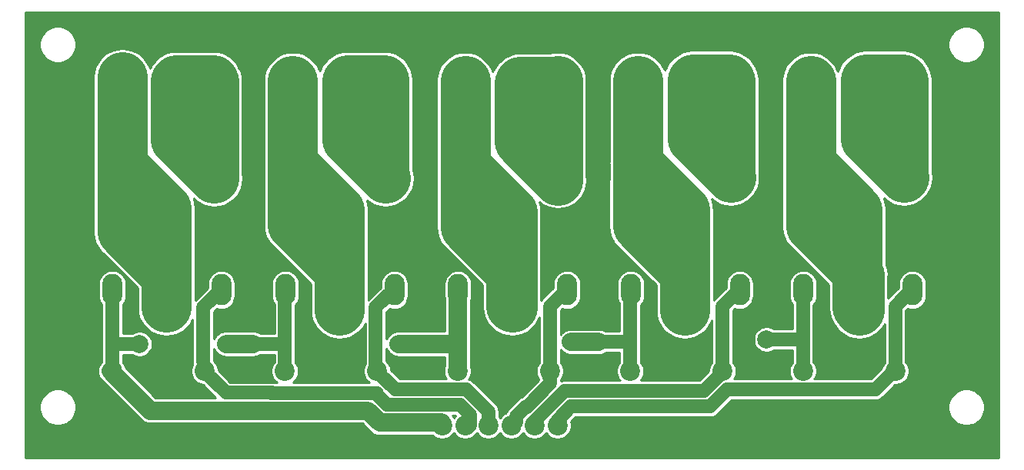
<source format=gbr>
%TF.GenerationSoftware,KiCad,Pcbnew,(5.1.6)-1*%
%TF.CreationDate,2025-07-03T10:53:41-05:00*%
%TF.ProjectId,relay_board,72656c61-795f-4626-9f61-72642e6b6963,rev?*%
%TF.SameCoordinates,PX2625a00PY839b680*%
%TF.FileFunction,Copper,L2,Bot*%
%TF.FilePolarity,Positive*%
%FSLAX46Y46*%
G04 Gerber Fmt 4.6, Leading zero omitted, Abs format (unit mm)*
G04 Created by KiCad (PCBNEW (5.1.6)-1) date 2025-07-03 10:53:41*
%MOMM*%
%LPD*%
G01*
G04 APERTURE LIST*
%TA.AperFunction,ComponentPad*%
%ADD10O,2.200000X3.470000*%
%TD*%
%TA.AperFunction,ComponentPad*%
%ADD11O,3.000000X4.000000*%
%TD*%
%TA.AperFunction,ComponentPad*%
%ADD12C,2.200000*%
%TD*%
%TA.AperFunction,ComponentPad*%
%ADD13C,3.000000*%
%TD*%
%TA.AperFunction,ViaPad*%
%ADD14C,2.000000*%
%TD*%
%TA.AperFunction,Conductor*%
%ADD15C,1.500000*%
%TD*%
%TA.AperFunction,Conductor*%
%ADD16C,5.500000*%
%TD*%
%TA.AperFunction,Conductor*%
%ADD17C,2.000000*%
%TD*%
%TA.AperFunction,NonConductor*%
%ADD18C,0.250000*%
%TD*%
G04 APERTURE END LIST*
D10*
%TO.P,K1,2*%
%TO.N,RELAY1*%
X22000000Y18950000D03*
D11*
%TO.P,K1,5*%
%TO.N,Net-(J3-Pad2)*%
X22000000Y31150000D03*
%TO.P,K1,4*%
%TO.N,Net-(J3-Pad1)*%
X9950000Y31200000D03*
D10*
%TO.P,K1,1*%
%TO.N,+5V*%
X10000000Y18950000D03*
D11*
%TO.P,K1,3*%
%TO.N,Net-(J3-Pad1)*%
X15950000Y17000000D03*
%TD*%
%TO.P,K2,3*%
%TO.N,Net-(J4-Pad1)*%
X35000000Y17000000D03*
D10*
%TO.P,K2,1*%
%TO.N,+5V*%
X29050000Y18950000D03*
D11*
%TO.P,K2,4*%
%TO.N,Net-(J4-Pad1)*%
X29000000Y31200000D03*
%TO.P,K2,5*%
%TO.N,Net-(J4-Pad2)*%
X41050000Y31150000D03*
D10*
%TO.P,K2,2*%
%TO.N,RELAY2*%
X41050000Y18950000D03*
%TD*%
%TO.P,K3,2*%
%TO.N,RELAY3*%
X60050000Y18950000D03*
D11*
%TO.P,K3,5*%
%TO.N,Net-(J5-Pad2)*%
X60050000Y31150000D03*
%TO.P,K3,4*%
%TO.N,Net-(J5-Pad1)*%
X48000000Y31200000D03*
D10*
%TO.P,K3,1*%
%TO.N,+5V*%
X48050000Y18950000D03*
D11*
%TO.P,K3,3*%
%TO.N,Net-(J5-Pad1)*%
X54000000Y17000000D03*
%TD*%
%TO.P,K4,3*%
%TO.N,Net-(J6-Pad1)*%
X73000000Y17000000D03*
D10*
%TO.P,K4,1*%
%TO.N,+5V*%
X67050000Y18950000D03*
D11*
%TO.P,K4,4*%
%TO.N,Net-(J6-Pad1)*%
X67000000Y31200000D03*
%TO.P,K4,5*%
%TO.N,Net-(J6-Pad2)*%
X79050000Y31150000D03*
D10*
%TO.P,K4,2*%
%TO.N,RELAY4*%
X79050000Y18950000D03*
%TD*%
%TO.P,K5,2*%
%TO.N,RELAY5*%
X98050000Y18950000D03*
D11*
%TO.P,K5,5*%
%TO.N,Net-(J7-Pad2)*%
X98050000Y31150000D03*
%TO.P,K5,4*%
%TO.N,Net-(J7-Pad1)*%
X86000000Y31200000D03*
D10*
%TO.P,K5,1*%
%TO.N,+5V*%
X86050000Y18950000D03*
D11*
%TO.P,K5,3*%
%TO.N,Net-(J7-Pad1)*%
X92000000Y17000000D03*
%TD*%
D12*
%TO.P,D1,1*%
%TO.N,+5V*%
X10000000Y10000000D03*
%TO.P,D1,2*%
%TO.N,RELAY1*%
X20160000Y10000000D03*
%TD*%
%TO.P,D2,1*%
%TO.N,+5V*%
X29000000Y10000000D03*
%TO.P,D2,2*%
%TO.N,RELAY2*%
X39160000Y10000000D03*
%TD*%
%TO.P,D3,2*%
%TO.N,RELAY3*%
X58160000Y10000000D03*
%TO.P,D3,1*%
%TO.N,+5V*%
X48000000Y10000000D03*
%TD*%
%TO.P,D4,1*%
%TO.N,+5V*%
X67000000Y10000000D03*
%TO.P,D4,2*%
%TO.N,RELAY4*%
X77160000Y10000000D03*
%TD*%
%TO.P,D5,2*%
%TO.N,RELAY5*%
X96160000Y10000000D03*
%TO.P,D5,1*%
%TO.N,+5V*%
X86000000Y10000000D03*
%TD*%
%TO.P,J1,1*%
%TO.N,RELAY5*%
X59000000Y4000000D03*
%TO.P,J1,2*%
%TO.N,RELAY4*%
X56460000Y4000000D03*
%TO.P,J1,3*%
%TO.N,RELAY3*%
X53920000Y4000000D03*
%TO.P,J1,4*%
%TO.N,RELAY2*%
X51380000Y4000000D03*
%TO.P,J1,5*%
%TO.N,RELAY1*%
X48840000Y4000000D03*
%TO.P,J1,6*%
%TO.N,+5V*%
X46300000Y4000000D03*
%TD*%
D13*
%TO.P,J3,1*%
%TO.N,Net-(J3-Pad1)*%
X10920000Y42000000D03*
%TO.P,J3,2*%
%TO.N,Net-(J3-Pad2)*%
X16000000Y42000000D03*
%TO.P,J3,3*%
X21080000Y42000000D03*
%TD*%
%TO.P,J4,3*%
%TO.N,Net-(J4-Pad2)*%
X40080000Y42000000D03*
%TO.P,J4,2*%
X35000000Y42000000D03*
%TO.P,J4,1*%
%TO.N,Net-(J4-Pad1)*%
X29920000Y42000000D03*
%TD*%
%TO.P,J5,1*%
%TO.N,Net-(J5-Pad1)*%
X48920000Y42000000D03*
%TO.P,J5,2*%
%TO.N,Net-(J5-Pad2)*%
X54000000Y42000000D03*
%TO.P,J5,3*%
X59080000Y42000000D03*
%TD*%
%TO.P,J6,3*%
%TO.N,Net-(J6-Pad2)*%
X78080000Y42000000D03*
%TO.P,J6,2*%
X73000000Y42000000D03*
%TO.P,J6,1*%
%TO.N,Net-(J6-Pad1)*%
X67920000Y42000000D03*
%TD*%
%TO.P,J7,1*%
%TO.N,Net-(J7-Pad1)*%
X86920000Y42000000D03*
%TO.P,J7,2*%
%TO.N,Net-(J7-Pad2)*%
X92000000Y42000000D03*
%TO.P,J7,3*%
X97080000Y42000000D03*
%TD*%
D14*
%TO.N,+5V*%
X82000000Y13500000D03*
X60500000Y13200000D03*
X63500000Y13200000D03*
X41500000Y13000000D03*
X44500000Y13000000D03*
X22500000Y13000000D03*
X25500000Y13000000D03*
X13000000Y13000000D03*
%TD*%
D15*
%TO.N,RELAY1*%
X20000000Y11000000D02*
X20000000Y17000000D01*
X20000000Y17000000D02*
X22000000Y19000000D01*
X20100000Y10000000D02*
X20100000Y10300000D01*
X49329999Y4029999D02*
X49329999Y5201459D01*
X48840000Y4000000D02*
X49300000Y4000000D01*
X49300000Y4000000D02*
X49329999Y4029999D01*
X48281469Y6249989D02*
X49329999Y5201459D01*
X39100000Y7400000D02*
X39100000Y7595824D01*
X48281469Y6249989D02*
X40250011Y6249989D01*
X40250011Y6249989D02*
X39100000Y7400000D01*
X27494174Y7595824D02*
X27489998Y7600000D01*
X39100000Y7595824D02*
X27494174Y7595824D01*
X27489998Y7600000D02*
X22500000Y7600000D01*
X22500000Y7600000D02*
X20200000Y9900000D01*
%TO.N,RELAY2*%
X39000000Y10000000D02*
X39000000Y14000000D01*
X39000000Y14000000D02*
X39000000Y17000000D01*
X39000000Y17000000D02*
X41000000Y19000000D01*
X48985635Y7949999D02*
X41150001Y7949999D01*
X51380000Y4000000D02*
X51380000Y5555634D01*
X51380000Y5555634D02*
X48985635Y7949999D01*
X41150001Y7949999D02*
X39400000Y9700000D01*
%TO.N,RELAY3*%
X58160000Y10000000D02*
X58160000Y17160000D01*
X58160000Y17160000D02*
X60000000Y19000000D01*
X58000000Y9500000D02*
X58000000Y10000000D01*
X54409999Y4309999D02*
X54409999Y4984001D01*
X53920000Y4000000D02*
X54100000Y4000000D01*
X54409999Y4984001D02*
X55475999Y6050001D01*
X54100000Y4000000D02*
X54409999Y4309999D01*
X55611822Y6050001D02*
X58200000Y8638179D01*
X55475999Y6050001D02*
X55611822Y6050001D01*
X58200000Y8638179D02*
X58200000Y10000000D01*
%TO.N,RELAY4*%
X77160000Y10000000D02*
X77160000Y17160000D01*
X77160000Y17160000D02*
X79000000Y19000000D01*
X56460000Y4494002D02*
X59765998Y7800000D01*
X56460000Y4000000D02*
X56460000Y4494002D01*
X59765998Y7800000D02*
X75100000Y7800000D01*
X75100000Y7800000D02*
X77100000Y9800000D01*
%TO.N,RELAY5*%
X96160000Y10000000D02*
X96160000Y17160000D01*
X96160000Y17160000D02*
X98000000Y19000000D01*
X59000000Y4629826D02*
X59000000Y4000000D01*
X60470164Y6099990D02*
X59000000Y4629826D01*
X96200000Y10200000D02*
X93949999Y7949999D01*
X93949999Y7949999D02*
X77654176Y7949999D01*
X77654176Y7949999D02*
X75804167Y6099990D01*
X96300000Y10200000D02*
X96200000Y10200000D01*
X75804167Y6099990D02*
X60470164Y6099990D01*
D16*
%TO.N,Net-(J3-Pad1)*%
X15950000Y20450000D02*
X11100000Y25300000D01*
X15950000Y20450000D02*
X15950000Y17050000D01*
X15950000Y17000000D02*
X15950000Y27950000D01*
X11100000Y32800000D02*
X11100000Y33200000D01*
X15950000Y27950000D02*
X11100000Y32800000D01*
X11100000Y25300000D02*
X11100000Y33200000D01*
X11100000Y33200000D02*
X11100000Y42400000D01*
%TO.N,Net-(J4-Pad1)*%
X29840000Y26060000D02*
X35000000Y20900000D01*
X35000000Y20900000D02*
X35000000Y16700000D01*
X35000000Y17000000D02*
X35000000Y27800000D01*
X35000000Y27800000D02*
X29840000Y32960000D01*
X29840000Y42000000D02*
X29840000Y32960000D01*
X29840000Y32960000D02*
X29840000Y26060000D01*
%TO.N,Net-(J5-Pad1)*%
X48840000Y25860000D02*
X53900000Y20800000D01*
X53900000Y20800000D02*
X53900000Y17100000D01*
X54000000Y17000000D02*
X54000000Y27500000D01*
X48840000Y32660000D02*
X48840000Y33360000D01*
X54000000Y27500000D02*
X48840000Y32660000D01*
X48840000Y42000000D02*
X48840000Y33360000D01*
X48840000Y33360000D02*
X48840000Y25860000D01*
%TO.N,Net-(J6-Pad1)*%
X67840000Y30740000D02*
X67800000Y30700000D01*
X67800000Y30700000D02*
X67800000Y26000000D01*
X67800000Y26000000D02*
X73000000Y20800000D01*
X73000000Y20800000D02*
X73000000Y16700000D01*
X73000000Y17000000D02*
X73000000Y27800000D01*
X67840000Y32960000D02*
X67840000Y35060000D01*
X73000000Y27800000D02*
X67840000Y32960000D01*
X67840000Y42000000D02*
X67840000Y35060000D01*
X67840000Y35060000D02*
X67840000Y30740000D01*
%TO.N,Net-(J7-Pad1)*%
X86840000Y25960000D02*
X92200000Y20600000D01*
X92200000Y20600000D02*
X92200000Y16700000D01*
X92000000Y17000000D02*
X92000000Y27800000D01*
X86840000Y32960000D02*
X86840000Y35960000D01*
X92000000Y27800000D02*
X86840000Y32960000D01*
X86840000Y42000000D02*
X86840000Y35960000D01*
X86840000Y35960000D02*
X86840000Y25960000D01*
%TO.N,Net-(J3-Pad2)*%
X21060000Y42100000D02*
X17060010Y42100000D01*
X16960000Y41999990D02*
X16960000Y35500000D01*
X21210000Y31250000D02*
X16960000Y35500000D01*
X21160000Y41900000D02*
X21160000Y31400000D01*
%TO.N,Net-(J4-Pad2)*%
X39900000Y42100000D02*
X35900010Y42100000D01*
X40050000Y31250000D02*
X35800000Y35500000D01*
X35800000Y41999990D02*
X35800000Y35500000D01*
X39900000Y42000000D02*
X39900000Y31700000D01*
%TO.N,Net-(J5-Pad2)*%
X58900000Y41900000D02*
X54900010Y41900000D01*
X59050000Y31050000D02*
X54800000Y35300000D01*
X54800000Y41799990D02*
X54800000Y35300000D01*
X59000000Y42000000D02*
X59000000Y31100000D01*
%TO.N,Net-(J6-Pad2)*%
X77900000Y42200000D02*
X73900010Y42200000D01*
X78050000Y31350000D02*
X73800000Y35600000D01*
X73800000Y42099990D02*
X73800000Y35600000D01*
X78000000Y42000000D02*
X78000000Y31500000D01*
%TO.N,Net-(J7-Pad2)*%
X96960000Y42200000D02*
X92960010Y42200000D01*
X92860000Y42099990D02*
X92860000Y35600000D01*
X97110000Y31350000D02*
X92860000Y35600000D01*
X97060000Y42000000D02*
X97060000Y31500000D01*
D15*
%TO.N,+5V*%
X10000000Y13000000D02*
X13000000Y13000000D01*
X10000000Y13000000D02*
X10000000Y19000000D01*
X10000000Y11000000D02*
X10000000Y13000000D01*
X29000000Y13000000D02*
X25500000Y13000000D01*
X29000000Y13000000D02*
X29000000Y19000000D01*
X29000000Y10000000D02*
X29000000Y13000000D01*
X48000000Y13000000D02*
X44500000Y13000000D01*
X67000000Y13500000D02*
X67000000Y19000000D01*
X67000000Y13200000D02*
X63500000Y13200000D01*
X67000000Y10000000D02*
X67000000Y13500000D01*
X86000000Y13500000D02*
X86000000Y19000000D01*
X86000000Y13500000D02*
X82000000Y13500000D01*
X86000000Y10000000D02*
X86000000Y13500000D01*
X60500000Y13200000D02*
X60500000Y13200000D01*
X41500000Y13000000D02*
X41500000Y13000000D01*
X22500000Y13000000D02*
X22500000Y13000000D01*
X13000000Y13000000D02*
X13000000Y13000000D01*
X44500000Y13000000D02*
X41500000Y13000000D01*
D17*
X41500000Y13000000D02*
X48000000Y13000000D01*
X60500000Y13200000D02*
X63500000Y13200000D01*
X22500000Y13000000D02*
X25500000Y13000000D01*
X48000000Y10000000D02*
X48000000Y19500000D01*
X39442290Y4299980D02*
X38096456Y5645814D01*
X46200021Y4299979D02*
X39442290Y4299980D01*
X46300000Y4000000D02*
X46300000Y4200000D01*
X46300000Y4200000D02*
X46200021Y4299979D01*
X26682278Y5649990D02*
X21692280Y5649990D01*
X38096456Y5645814D02*
X26686454Y5645814D01*
X26686454Y5645814D02*
X26682278Y5649990D01*
X21692280Y5649990D02*
X14150010Y5649990D01*
X14150010Y5649990D02*
X9800000Y10000000D01*
%TD*%
D18*
G36*
X107550000Y450000D02*
G01*
X450000Y450000D01*
X450000Y6199445D01*
X1975000Y6199445D01*
X1975000Y5800555D01*
X2052820Y5409329D01*
X2205468Y5040803D01*
X2427080Y4709138D01*
X2709138Y4427080D01*
X3040803Y4205468D01*
X3409329Y4052820D01*
X3800555Y3975000D01*
X4199445Y3975000D01*
X4590671Y4052820D01*
X4959197Y4205468D01*
X5290862Y4427080D01*
X5572920Y4709138D01*
X5794532Y5040803D01*
X5947180Y5409329D01*
X6025000Y5800555D01*
X6025000Y6199445D01*
X5947180Y6590671D01*
X5794532Y6959197D01*
X5572920Y7290862D01*
X5290862Y7572920D01*
X4959197Y7794532D01*
X4590671Y7947180D01*
X4199445Y8025000D01*
X3800555Y8025000D01*
X3409329Y7947180D01*
X3040803Y7794532D01*
X2709138Y7572920D01*
X2427080Y7290862D01*
X2205468Y6959197D01*
X2052820Y6590671D01*
X1975000Y6199445D01*
X450000Y6199445D01*
X450000Y32800000D01*
X7909638Y32800000D01*
X7925000Y32644030D01*
X7925000Y32644028D01*
X7925001Y32644019D01*
X7925000Y25455970D01*
X7909638Y25300000D01*
X7925000Y25144030D01*
X7925000Y25144028D01*
X7970940Y24677592D01*
X8152490Y24079102D01*
X8447311Y23527531D01*
X8844073Y23044073D01*
X8965234Y22944639D01*
X12775000Y19134872D01*
X12775000Y16844028D01*
X12820940Y16377592D01*
X13002490Y15779102D01*
X13297311Y15227531D01*
X13694073Y14744073D01*
X14177530Y14347311D01*
X14729101Y14052490D01*
X15327591Y13870940D01*
X15950000Y13809638D01*
X16572408Y13870940D01*
X17170898Y14052490D01*
X17722469Y14347311D01*
X18205927Y14744073D01*
X18602689Y15227530D01*
X18825001Y15643446D01*
X18825000Y10942281D01*
X18841766Y10772052D01*
X18808562Y10722358D01*
X18693605Y10444826D01*
X18635000Y10150199D01*
X18635000Y9849801D01*
X18693605Y9555174D01*
X18808562Y9277642D01*
X18975455Y9027869D01*
X19187869Y8815455D01*
X19437642Y8648562D01*
X19715174Y8533605D01*
X19951753Y8486546D01*
X21363309Y7074990D01*
X14740264Y7074990D01*
X11490224Y10325029D01*
X11466395Y10444826D01*
X11351438Y10722358D01*
X11184545Y10972131D01*
X11175000Y10981676D01*
X11175000Y11825000D01*
X12193579Y11825000D01*
X12325009Y11737181D01*
X12584343Y11629762D01*
X12859650Y11575000D01*
X13140350Y11575000D01*
X13415657Y11629762D01*
X13674991Y11737181D01*
X13908385Y11893130D01*
X14106870Y12091615D01*
X14262819Y12325009D01*
X14370238Y12584343D01*
X14425000Y12859650D01*
X14425000Y13140350D01*
X14370238Y13415657D01*
X14262819Y13674991D01*
X14106870Y13908385D01*
X13908385Y14106870D01*
X13674991Y14262819D01*
X13415657Y14370238D01*
X13140350Y14425000D01*
X12859650Y14425000D01*
X12584343Y14370238D01*
X12325009Y14262819D01*
X12193579Y14175000D01*
X11175000Y14175000D01*
X11175000Y17342871D01*
X11274126Y17463656D01*
X11415733Y17728584D01*
X11502934Y18016048D01*
X11525000Y18240089D01*
X11525000Y19659911D01*
X11502934Y19883952D01*
X11415733Y20171416D01*
X11274126Y20436344D01*
X11083555Y20668555D01*
X10851344Y20859126D01*
X10586416Y21000733D01*
X10298952Y21087934D01*
X10000000Y21117378D01*
X9701049Y21087934D01*
X9413585Y21000733D01*
X9148657Y20859126D01*
X8916446Y20668555D01*
X8725875Y20436344D01*
X8584267Y20171416D01*
X8497066Y19883952D01*
X8475000Y19659911D01*
X8475000Y18240090D01*
X8497066Y18016049D01*
X8584267Y17728585D01*
X8725874Y17463657D01*
X8825001Y17342870D01*
X8825000Y13057720D01*
X8819315Y13000000D01*
X8825001Y12942271D01*
X8825000Y11043277D01*
X8787499Y11012501D01*
X8609424Y10795517D01*
X8477103Y10547962D01*
X8395620Y10279348D01*
X8368106Y10000000D01*
X8395620Y9720652D01*
X8477103Y9452038D01*
X8609424Y9204483D01*
X8742878Y9041869D01*
X13092886Y4691860D01*
X13137508Y4637488D01*
X13354492Y4459414D01*
X13602048Y4327092D01*
X13870661Y4245609D01*
X14080013Y4224990D01*
X14080022Y4224990D01*
X14150009Y4218097D01*
X14219996Y4224990D01*
X26574057Y4224990D01*
X26616457Y4220814D01*
X26616460Y4220814D01*
X26686454Y4213920D01*
X26756448Y4220814D01*
X37506203Y4220814D01*
X38385171Y3341845D01*
X38429788Y3287479D01*
X38484154Y3242862D01*
X38484158Y3242858D01*
X38646772Y3109403D01*
X38894327Y2977082D01*
X39112227Y2910984D01*
X39162941Y2895600D01*
X39187503Y2893181D01*
X39442290Y2868086D01*
X39512294Y2874981D01*
X45268345Y2874979D01*
X45327869Y2815455D01*
X45577642Y2648562D01*
X45855174Y2533605D01*
X46149801Y2475000D01*
X46450199Y2475000D01*
X46744826Y2533605D01*
X47022358Y2648562D01*
X47272131Y2815455D01*
X47484545Y3027869D01*
X47570000Y3155761D01*
X47655455Y3027869D01*
X47867869Y2815455D01*
X48117642Y2648562D01*
X48395174Y2533605D01*
X48689801Y2475000D01*
X48990199Y2475000D01*
X49284826Y2533605D01*
X49562358Y2648562D01*
X49812131Y2815455D01*
X50024545Y3027869D01*
X50093664Y3131313D01*
X50114765Y3148630D01*
X50195455Y3027869D01*
X50407869Y2815455D01*
X50657642Y2648562D01*
X50935174Y2533605D01*
X51229801Y2475000D01*
X51530199Y2475000D01*
X51824826Y2533605D01*
X52102358Y2648562D01*
X52352131Y2815455D01*
X52564545Y3027869D01*
X52650000Y3155761D01*
X52735455Y3027869D01*
X52947869Y2815455D01*
X53197642Y2648562D01*
X53475174Y2533605D01*
X53769801Y2475000D01*
X54070199Y2475000D01*
X54364826Y2533605D01*
X54642358Y2648562D01*
X54892131Y2815455D01*
X55104545Y3027869D01*
X55190000Y3155761D01*
X55275455Y3027869D01*
X55487869Y2815455D01*
X55737642Y2648562D01*
X56015174Y2533605D01*
X56309801Y2475000D01*
X56610199Y2475000D01*
X56904826Y2533605D01*
X57182358Y2648562D01*
X57432131Y2815455D01*
X57644545Y3027869D01*
X57730000Y3155761D01*
X57815455Y3027869D01*
X58027869Y2815455D01*
X58277642Y2648562D01*
X58555174Y2533605D01*
X58849801Y2475000D01*
X59150199Y2475000D01*
X59444826Y2533605D01*
X59722358Y2648562D01*
X59972131Y2815455D01*
X60184545Y3027869D01*
X60351438Y3277642D01*
X60466395Y3555174D01*
X60525000Y3849801D01*
X60525000Y4150199D01*
X60468105Y4436230D01*
X60956865Y4924990D01*
X75746455Y4924990D01*
X75804167Y4919306D01*
X75861879Y4924990D01*
X75861887Y4924990D01*
X76034507Y4941992D01*
X76255996Y5009179D01*
X76460120Y5118286D01*
X76639037Y5265120D01*
X76675833Y5309956D01*
X77565322Y6199445D01*
X101975000Y6199445D01*
X101975000Y5800555D01*
X102052820Y5409329D01*
X102205468Y5040803D01*
X102427080Y4709138D01*
X102709138Y4427080D01*
X103040803Y4205468D01*
X103409329Y4052820D01*
X103800555Y3975000D01*
X104199445Y3975000D01*
X104590671Y4052820D01*
X104959197Y4205468D01*
X105290862Y4427080D01*
X105572920Y4709138D01*
X105794532Y5040803D01*
X105947180Y5409329D01*
X106025000Y5800555D01*
X106025000Y6199445D01*
X105947180Y6590671D01*
X105794532Y6959197D01*
X105572920Y7290862D01*
X105290862Y7572920D01*
X104959197Y7794532D01*
X104590671Y7947180D01*
X104199445Y8025000D01*
X103800555Y8025000D01*
X103409329Y7947180D01*
X103040803Y7794532D01*
X102709138Y7572920D01*
X102427080Y7290862D01*
X102205468Y6959197D01*
X102052820Y6590671D01*
X101975000Y6199445D01*
X77565322Y6199445D01*
X78140877Y6774999D01*
X93892287Y6774999D01*
X93949999Y6769315D01*
X94007711Y6774999D01*
X94007719Y6774999D01*
X94180339Y6792001D01*
X94401828Y6859188D01*
X94605952Y6968295D01*
X94784869Y7115129D01*
X94821665Y7159965D01*
X96136701Y8475000D01*
X96310199Y8475000D01*
X96604826Y8533605D01*
X96882358Y8648562D01*
X97132131Y8815455D01*
X97344545Y9027869D01*
X97511438Y9277642D01*
X97626395Y9555174D01*
X97685000Y9849801D01*
X97685000Y10150199D01*
X97626395Y10444826D01*
X97511438Y10722358D01*
X97344545Y10972131D01*
X97335000Y10981676D01*
X97335000Y16673300D01*
X97538302Y16876602D01*
X97751048Y16812066D01*
X98050000Y16782622D01*
X98348951Y16812066D01*
X98636415Y16899267D01*
X98901343Y17040874D01*
X99133555Y17231445D01*
X99324126Y17463656D01*
X99465733Y17728584D01*
X99552934Y18016048D01*
X99575000Y18240089D01*
X99575000Y19659911D01*
X99552934Y19883952D01*
X99465733Y20171416D01*
X99324126Y20436344D01*
X99133555Y20668555D01*
X98901344Y20859126D01*
X98636416Y21000733D01*
X98348952Y21087934D01*
X98050000Y21117378D01*
X97751049Y21087934D01*
X97463585Y21000733D01*
X97198657Y20859126D01*
X96966446Y20668555D01*
X96775875Y20436344D01*
X96634267Y20171416D01*
X96547066Y19883952D01*
X96525000Y19659911D01*
X96525000Y19186701D01*
X95375000Y18036700D01*
X95375000Y20444027D01*
X95390362Y20600000D01*
X95329060Y21222409D01*
X95175000Y21730277D01*
X95175000Y27644030D01*
X95190362Y27800000D01*
X95166004Y28047311D01*
X95129060Y28422409D01*
X94947510Y29020899D01*
X94945830Y29024042D01*
X94975225Y28994647D01*
X95337530Y28697311D01*
X95889101Y28402490D01*
X96487591Y28220940D01*
X97110000Y28159638D01*
X97732409Y28220940D01*
X98330898Y28402490D01*
X98882470Y28697311D01*
X99365926Y29094074D01*
X99762689Y29577530D01*
X100057510Y30129102D01*
X100239060Y30727591D01*
X100300362Y31350000D01*
X100239060Y31972409D01*
X100235000Y31985793D01*
X100235000Y42155973D01*
X100189060Y42622409D01*
X100007510Y43220899D01*
X99916568Y43391040D01*
X99907510Y43420899D01*
X99612689Y43972470D01*
X99215927Y44455927D01*
X98732470Y44852689D01*
X98180899Y45147510D01*
X97582409Y45329060D01*
X97115973Y45375000D01*
X92804037Y45375000D01*
X92337601Y45329060D01*
X91739111Y45147510D01*
X91187540Y44852689D01*
X90704083Y44455927D01*
X90659003Y44400997D01*
X90604073Y44355917D01*
X90207311Y43872459D01*
X89912490Y43320888D01*
X89834834Y43064892D01*
X89787510Y43220899D01*
X89492689Y43772470D01*
X89095927Y44255927D01*
X88612469Y44652689D01*
X88060898Y44947510D01*
X87462408Y45129060D01*
X86840000Y45190362D01*
X86217591Y45129060D01*
X85619101Y44947510D01*
X85067530Y44652689D01*
X84584073Y44255927D01*
X84187311Y43772469D01*
X83892490Y43220898D01*
X83710940Y42622408D01*
X83665000Y42155972D01*
X83665001Y36115982D01*
X83665000Y36115972D01*
X83665000Y33115973D01*
X83649638Y32960000D01*
X83665000Y32804028D01*
X83665001Y26115980D01*
X83649638Y25960000D01*
X83672535Y25727531D01*
X83710941Y25337591D01*
X83741276Y25237591D01*
X83892490Y24739102D01*
X84187311Y24187531D01*
X84187312Y24187530D01*
X84584074Y23704073D01*
X84705229Y23604644D01*
X88825000Y19484872D01*
X88825000Y16844028D01*
X88870940Y16377592D01*
X89052490Y15779102D01*
X89347311Y15227531D01*
X89461013Y15088984D01*
X89547312Y14927530D01*
X89944074Y14444073D01*
X90427531Y14047311D01*
X90979102Y13752490D01*
X91577592Y13570940D01*
X92200000Y13509638D01*
X92822409Y13570940D01*
X93420899Y13752490D01*
X93972470Y14047311D01*
X94455927Y14444073D01*
X94852689Y14927530D01*
X94985001Y15175068D01*
X94985000Y10981676D01*
X94975455Y10972131D01*
X94808562Y10722358D01*
X94693605Y10444826D01*
X94671377Y10333078D01*
X93463299Y9124999D01*
X87249445Y9124999D01*
X87351438Y9277642D01*
X87466395Y9555174D01*
X87525000Y9849801D01*
X87525000Y10150199D01*
X87466395Y10444826D01*
X87351438Y10722358D01*
X87184545Y10972131D01*
X87175000Y10981676D01*
X87175000Y13442281D01*
X87180685Y13500000D01*
X87175000Y13557720D01*
X87175000Y17281946D01*
X87324126Y17463656D01*
X87465733Y17728584D01*
X87552934Y18016048D01*
X87575000Y18240089D01*
X87575000Y19659911D01*
X87552934Y19883952D01*
X87465733Y20171416D01*
X87324126Y20436344D01*
X87133555Y20668555D01*
X86901344Y20859126D01*
X86636416Y21000733D01*
X86348952Y21087934D01*
X86050000Y21117378D01*
X85751049Y21087934D01*
X85463585Y21000733D01*
X85198657Y20859126D01*
X84966446Y20668555D01*
X84775875Y20436344D01*
X84634267Y20171416D01*
X84547066Y19883952D01*
X84525000Y19659911D01*
X84525000Y18240090D01*
X84547066Y18016049D01*
X84634267Y17728585D01*
X84775874Y17463657D01*
X84825001Y17403796D01*
X84825000Y14675000D01*
X82806421Y14675000D01*
X82674991Y14762819D01*
X82415657Y14870238D01*
X82140350Y14925000D01*
X81859650Y14925000D01*
X81584343Y14870238D01*
X81325009Y14762819D01*
X81091615Y14606870D01*
X80893130Y14408385D01*
X80737181Y14174991D01*
X80629762Y13915657D01*
X80575000Y13640350D01*
X80575000Y13359650D01*
X80629762Y13084343D01*
X80737181Y12825009D01*
X80893130Y12591615D01*
X81091615Y12393130D01*
X81325009Y12237181D01*
X81584343Y12129762D01*
X81859650Y12075000D01*
X82140350Y12075000D01*
X82415657Y12129762D01*
X82674991Y12237181D01*
X82806421Y12325000D01*
X84825001Y12325000D01*
X84825000Y10981676D01*
X84815455Y10972131D01*
X84648562Y10722358D01*
X84533605Y10444826D01*
X84475000Y10150199D01*
X84475000Y9849801D01*
X84533605Y9555174D01*
X84648562Y9277642D01*
X84750555Y9124999D01*
X78409445Y9124999D01*
X78511438Y9277642D01*
X78626395Y9555174D01*
X78685000Y9849801D01*
X78685000Y10150199D01*
X78626395Y10444826D01*
X78511438Y10722358D01*
X78344545Y10972131D01*
X78335000Y10981676D01*
X78335000Y16673300D01*
X78538302Y16876602D01*
X78751048Y16812066D01*
X79050000Y16782622D01*
X79348951Y16812066D01*
X79636415Y16899267D01*
X79901343Y17040874D01*
X80133555Y17231445D01*
X80324126Y17463656D01*
X80465733Y17728584D01*
X80552934Y18016048D01*
X80575000Y18240089D01*
X80575000Y19659911D01*
X80552934Y19883952D01*
X80465733Y20171416D01*
X80324126Y20436344D01*
X80133555Y20668555D01*
X79901344Y20859126D01*
X79636416Y21000733D01*
X79348952Y21087934D01*
X79050000Y21117378D01*
X78751049Y21087934D01*
X78463585Y21000733D01*
X78198657Y20859126D01*
X77966446Y20668555D01*
X77775875Y20436344D01*
X77634267Y20171416D01*
X77547066Y19883952D01*
X77525000Y19659911D01*
X77525000Y19186701D01*
X76369962Y18031662D01*
X76325131Y17994870D01*
X76288339Y17950039D01*
X76288336Y17950036D01*
X76178297Y17815953D01*
X76175000Y17809785D01*
X76175000Y20644027D01*
X76190362Y20800000D01*
X76175000Y20955973D01*
X76175000Y27644030D01*
X76190362Y27800000D01*
X76166004Y28047311D01*
X76129060Y28422409D01*
X75968815Y28950667D01*
X76277530Y28697311D01*
X76829101Y28402490D01*
X77427591Y28220940D01*
X78050000Y28159638D01*
X78672409Y28220940D01*
X79270898Y28402490D01*
X79822470Y28697311D01*
X80305926Y29094074D01*
X80702689Y29577530D01*
X80997510Y30129102D01*
X81179060Y30727591D01*
X81240362Y31350000D01*
X81179060Y31972409D01*
X81175000Y31985793D01*
X81175000Y42155973D01*
X81129060Y42622409D01*
X80947510Y43220899D01*
X80856568Y43391040D01*
X80847510Y43420899D01*
X80552689Y43972470D01*
X80155927Y44455927D01*
X79672470Y44852689D01*
X79120899Y45147510D01*
X78522409Y45329060D01*
X78055973Y45375000D01*
X73744037Y45375000D01*
X73277601Y45329060D01*
X72679111Y45147510D01*
X72127540Y44852689D01*
X71644083Y44455927D01*
X71599003Y44400997D01*
X71544073Y44355917D01*
X71147311Y43872459D01*
X70852490Y43320888D01*
X70804834Y43163788D01*
X70787510Y43220899D01*
X70492689Y43772470D01*
X70095927Y44255927D01*
X69612469Y44652689D01*
X69060898Y44947510D01*
X68462408Y45129060D01*
X67840000Y45190362D01*
X67217591Y45129060D01*
X66619101Y44947510D01*
X66067530Y44652689D01*
X65584073Y44255927D01*
X65187311Y43772469D01*
X64892490Y43220898D01*
X64710940Y42622408D01*
X64665000Y42155972D01*
X64665001Y35215983D01*
X64665000Y35215973D01*
X64665000Y33115973D01*
X64649638Y32960000D01*
X64665000Y32804030D01*
X64665000Y32804028D01*
X64665001Y32804023D01*
X64665001Y31262107D01*
X64625000Y30855973D01*
X64609638Y30700000D01*
X64625000Y30544029D01*
X64625001Y26155980D01*
X64609638Y26000000D01*
X64670941Y25377592D01*
X64852490Y24779102D01*
X65115241Y24287530D01*
X65147312Y24227530D01*
X65544074Y23744073D01*
X65665229Y23644644D01*
X69825000Y19484872D01*
X69825000Y16844028D01*
X69825001Y16844019D01*
X69825001Y16544027D01*
X69870941Y16077591D01*
X70052491Y15479101D01*
X70347312Y14927530D01*
X70744074Y14444073D01*
X71227531Y14047311D01*
X71779102Y13752490D01*
X72377592Y13570940D01*
X73000000Y13509638D01*
X73622409Y13570940D01*
X74220899Y13752490D01*
X74772470Y14047311D01*
X75255927Y14444073D01*
X75652689Y14927530D01*
X75947510Y15479101D01*
X75985001Y15602692D01*
X75985000Y10981676D01*
X75975455Y10972131D01*
X75808562Y10722358D01*
X75693605Y10444826D01*
X75635000Y10150199D01*
X75635000Y9996701D01*
X74613300Y8975000D01*
X68131676Y8975000D01*
X68184545Y9027869D01*
X68351438Y9277642D01*
X68466395Y9555174D01*
X68525000Y9849801D01*
X68525000Y10150199D01*
X68466395Y10444826D01*
X68351438Y10722358D01*
X68184545Y10972131D01*
X68175000Y10981676D01*
X68175000Y13142280D01*
X68180685Y13200000D01*
X68175000Y13257720D01*
X68175000Y17281946D01*
X68324126Y17463656D01*
X68465733Y17728584D01*
X68552934Y18016048D01*
X68575000Y18240089D01*
X68575000Y19659911D01*
X68552934Y19883952D01*
X68465733Y20171416D01*
X68324126Y20436344D01*
X68133555Y20668555D01*
X67901344Y20859126D01*
X67636416Y21000733D01*
X67348952Y21087934D01*
X67050000Y21117378D01*
X66751049Y21087934D01*
X66463585Y21000733D01*
X66198657Y20859126D01*
X65966446Y20668555D01*
X65775875Y20436344D01*
X65634267Y20171416D01*
X65547066Y19883952D01*
X65525000Y19659911D01*
X65525000Y18240090D01*
X65547066Y18016049D01*
X65634267Y17728585D01*
X65775874Y17463657D01*
X65825001Y17403796D01*
X65825000Y14375000D01*
X64314497Y14375000D01*
X64295518Y14390576D01*
X64233493Y14423729D01*
X64174991Y14462819D01*
X64109991Y14489743D01*
X64047962Y14522898D01*
X63980652Y14543316D01*
X63915657Y14570238D01*
X63846660Y14583962D01*
X63779349Y14604381D01*
X63709349Y14611275D01*
X63640350Y14625000D01*
X60359650Y14625000D01*
X60290651Y14611275D01*
X60220651Y14604381D01*
X60153340Y14583962D01*
X60084343Y14570238D01*
X60019348Y14543316D01*
X59952038Y14522898D01*
X59890009Y14489743D01*
X59825009Y14462819D01*
X59766507Y14423729D01*
X59704482Y14390576D01*
X59650117Y14345960D01*
X59591615Y14306870D01*
X59541864Y14257119D01*
X59487498Y14212502D01*
X59442881Y14158136D01*
X59393130Y14108385D01*
X59354040Y14049883D01*
X59335000Y14026682D01*
X59335000Y16673300D01*
X59538302Y16876602D01*
X59751048Y16812066D01*
X60050000Y16782622D01*
X60348951Y16812066D01*
X60636415Y16899267D01*
X60901343Y17040874D01*
X61133555Y17231445D01*
X61324126Y17463656D01*
X61465733Y17728584D01*
X61552934Y18016048D01*
X61575000Y18240089D01*
X61575000Y19659911D01*
X61552934Y19883952D01*
X61465733Y20171416D01*
X61324126Y20436344D01*
X61133555Y20668555D01*
X60901344Y20859126D01*
X60636416Y21000733D01*
X60348952Y21087934D01*
X60050000Y21117378D01*
X59751049Y21087934D01*
X59463585Y21000733D01*
X59198657Y20859126D01*
X58966446Y20668555D01*
X58775875Y20436344D01*
X58634267Y20171416D01*
X58547066Y19883952D01*
X58525000Y19659911D01*
X58525000Y19186701D01*
X57369962Y18031662D01*
X57325131Y17994870D01*
X57288339Y17950039D01*
X57288336Y17950036D01*
X57178297Y17815953D01*
X57175000Y17809785D01*
X57175000Y27344030D01*
X57190362Y27500000D01*
X57175000Y27655973D01*
X57129060Y28122409D01*
X56968815Y28650667D01*
X57277530Y28397311D01*
X57829101Y28102490D01*
X58427591Y27920940D01*
X59050000Y27859638D01*
X59672409Y27920940D01*
X60270898Y28102490D01*
X60822470Y28397311D01*
X61305926Y28794074D01*
X61702689Y29277530D01*
X61997510Y29829102D01*
X62179060Y30427591D01*
X62240362Y31050000D01*
X62179060Y31672409D01*
X62175000Y31685793D01*
X62175000Y42155973D01*
X62129060Y42622409D01*
X61947510Y43220899D01*
X61652689Y43772470D01*
X61255927Y44255927D01*
X60772469Y44652689D01*
X60220898Y44947510D01*
X59622408Y45129060D01*
X59000000Y45190362D01*
X58377591Y45129060D01*
X58199379Y45075000D01*
X54744037Y45075000D01*
X54277601Y45029060D01*
X53679111Y44847510D01*
X53127540Y44552689D01*
X52644083Y44155927D01*
X52599003Y44100997D01*
X52544073Y44055917D01*
X52147311Y43572459D01*
X51852490Y43020888D01*
X51850336Y43013788D01*
X51787510Y43220899D01*
X51492689Y43772470D01*
X51095927Y44255927D01*
X50612469Y44652689D01*
X50060898Y44947510D01*
X49462408Y45129060D01*
X48840000Y45190362D01*
X48217591Y45129060D01*
X47619101Y44947510D01*
X47067530Y44652689D01*
X46584073Y44255927D01*
X46187311Y43772469D01*
X45892490Y43220898D01*
X45710940Y42622408D01*
X45665000Y42155972D01*
X45665001Y33515982D01*
X45665000Y33515972D01*
X45665000Y32815971D01*
X45649638Y32660000D01*
X45665000Y32504029D01*
X45665001Y26015980D01*
X45649638Y25860000D01*
X45697152Y25377592D01*
X45710303Y25244074D01*
X45710941Y25237592D01*
X45892490Y24639102D01*
X46185798Y24090362D01*
X46187312Y24087530D01*
X46584074Y23604073D01*
X46705229Y23504644D01*
X50725000Y19484872D01*
X50725001Y16944027D01*
X50770941Y16477591D01*
X50952491Y15879101D01*
X51247312Y15327530D01*
X51644074Y14844073D01*
X51698996Y14799000D01*
X51744073Y14744073D01*
X52227530Y14347311D01*
X52779101Y14052490D01*
X53377591Y13870940D01*
X54000000Y13809638D01*
X54622408Y13870940D01*
X55220898Y14052490D01*
X55772469Y14347311D01*
X56255927Y14744073D01*
X56652689Y15227530D01*
X56947510Y15779101D01*
X56985001Y15902692D01*
X56985000Y10981676D01*
X56975455Y10972131D01*
X56808562Y10722358D01*
X56693605Y10444826D01*
X56635000Y10150199D01*
X56635000Y9849801D01*
X56693605Y9555174D01*
X56808562Y9277642D01*
X56865372Y9192620D01*
X56909189Y9048172D01*
X56922810Y9022690D01*
X55048232Y7148111D01*
X55034831Y7144046D01*
X55024170Y7140812D01*
X54820046Y7031705D01*
X54820044Y7031704D01*
X54820045Y7031704D01*
X54702041Y6934860D01*
X54641129Y6884871D01*
X54604337Y6840040D01*
X53619961Y5855663D01*
X53575130Y5818871D01*
X53538338Y5774040D01*
X53538335Y5774037D01*
X53481152Y5704359D01*
X53428296Y5639954D01*
X53319188Y5435830D01*
X53307376Y5396891D01*
X53197642Y5351438D01*
X52947869Y5184545D01*
X52735455Y4972131D01*
X52650000Y4844239D01*
X52564545Y4972131D01*
X52555000Y4981676D01*
X52555000Y5497923D01*
X52560684Y5555635D01*
X52555000Y5613347D01*
X52555000Y5613354D01*
X52537998Y5785974D01*
X52537998Y5785976D01*
X52495776Y5925163D01*
X52470811Y6007463D01*
X52361704Y6211587D01*
X52214870Y6390504D01*
X52170039Y6427296D01*
X49857299Y8740035D01*
X49820505Y8784869D01*
X49641588Y8931703D01*
X49437464Y9040810D01*
X49234359Y9102420D01*
X49351438Y9277642D01*
X49466395Y9555174D01*
X49525000Y9849801D01*
X49525000Y10150199D01*
X49466395Y10444826D01*
X49425000Y10544763D01*
X49425000Y12930003D01*
X49431894Y13000000D01*
X49425000Y13069997D01*
X49425000Y17652378D01*
X49465733Y17728584D01*
X49552934Y18016048D01*
X49575000Y18240089D01*
X49575000Y19659911D01*
X49552934Y19883952D01*
X49465733Y20171416D01*
X49324126Y20436344D01*
X49133555Y20668555D01*
X48901344Y20859126D01*
X48636416Y21000733D01*
X48348952Y21087934D01*
X48050000Y21117378D01*
X47751049Y21087934D01*
X47463585Y21000733D01*
X47198657Y20859126D01*
X46966446Y20668555D01*
X46775875Y20436344D01*
X46634267Y20171416D01*
X46547066Y19883952D01*
X46525000Y19659911D01*
X46525000Y18240090D01*
X46547066Y18016049D01*
X46575001Y17923960D01*
X46575000Y14425000D01*
X41359650Y14425000D01*
X41290651Y14411275D01*
X41220651Y14404381D01*
X41153340Y14383962D01*
X41084343Y14370238D01*
X41019348Y14343316D01*
X40952038Y14322898D01*
X40890009Y14289743D01*
X40825009Y14262819D01*
X40766507Y14223729D01*
X40704482Y14190576D01*
X40650117Y14145960D01*
X40591615Y14106870D01*
X40541864Y14057119D01*
X40487498Y14012502D01*
X40442881Y13958136D01*
X40393130Y13908385D01*
X40354040Y13849883D01*
X40309424Y13795518D01*
X40276271Y13733493D01*
X40237181Y13674991D01*
X40210257Y13609991D01*
X40177102Y13547962D01*
X40175000Y13541033D01*
X40175000Y16513300D01*
X40538302Y16876602D01*
X40751048Y16812066D01*
X41050000Y16782622D01*
X41348951Y16812066D01*
X41636415Y16899267D01*
X41901343Y17040874D01*
X42133555Y17231445D01*
X42324126Y17463656D01*
X42465733Y17728584D01*
X42552934Y18016048D01*
X42575000Y18240089D01*
X42575000Y19659911D01*
X42552934Y19883952D01*
X42465733Y20171416D01*
X42324126Y20436344D01*
X42133555Y20668555D01*
X41901344Y20859126D01*
X41636416Y21000733D01*
X41348952Y21087934D01*
X41050000Y21117378D01*
X40751049Y21087934D01*
X40463585Y21000733D01*
X40198657Y20859126D01*
X39966446Y20668555D01*
X39775875Y20436344D01*
X39634267Y20171416D01*
X39547066Y19883952D01*
X39525000Y19659911D01*
X39525000Y19186701D01*
X38209962Y17871662D01*
X38175000Y17842969D01*
X38175000Y20744030D01*
X38190362Y20900000D01*
X38175000Y21055973D01*
X38175000Y27644030D01*
X38190362Y27800000D01*
X38166004Y28047311D01*
X38129060Y28422409D01*
X38009204Y28817520D01*
X38277530Y28597311D01*
X38829101Y28302490D01*
X39427591Y28120940D01*
X40050000Y28059638D01*
X40672409Y28120940D01*
X41270898Y28302490D01*
X41822470Y28597311D01*
X42305926Y28994074D01*
X42702689Y29477530D01*
X42997510Y30029102D01*
X43179060Y30627591D01*
X43240362Y31250000D01*
X43179060Y31872409D01*
X43075000Y32215449D01*
X43075000Y41944027D01*
X43090362Y42100000D01*
X43029060Y42722409D01*
X42847510Y43320899D01*
X42552689Y43872470D01*
X42155927Y44355927D01*
X41672470Y44752689D01*
X41120899Y45047510D01*
X40522409Y45229060D01*
X40055973Y45275000D01*
X35744037Y45275000D01*
X35277601Y45229060D01*
X34679111Y45047510D01*
X34127540Y44752689D01*
X33644083Y44355927D01*
X33599003Y44300997D01*
X33544073Y44255917D01*
X33147311Y43772459D01*
X32852490Y43220888D01*
X32820002Y43113788D01*
X32787510Y43220899D01*
X32492689Y43772470D01*
X32095927Y44255927D01*
X31612469Y44652689D01*
X31060898Y44947510D01*
X30462408Y45129060D01*
X29840000Y45190362D01*
X29217591Y45129060D01*
X28619101Y44947510D01*
X28067530Y44652689D01*
X27584073Y44255927D01*
X27187311Y43772469D01*
X26892490Y43220898D01*
X26710940Y42622408D01*
X26665000Y42155972D01*
X26665001Y33115980D01*
X26649638Y32960000D01*
X26665000Y32804030D01*
X26665001Y26215980D01*
X26649638Y26060000D01*
X26695472Y25594647D01*
X26710941Y25437591D01*
X26766013Y25256042D01*
X26892490Y24839102D01*
X27175495Y24309638D01*
X27187312Y24287530D01*
X27584074Y23804073D01*
X27705229Y23704644D01*
X31825000Y19584872D01*
X31825000Y16844028D01*
X31825001Y16844019D01*
X31825001Y16544027D01*
X31870941Y16077591D01*
X32052491Y15479101D01*
X32347312Y14927530D01*
X32744074Y14444073D01*
X33227531Y14047311D01*
X33779102Y13752490D01*
X34377592Y13570940D01*
X35000000Y13509638D01*
X35622409Y13570940D01*
X36220899Y13752490D01*
X36772470Y14047311D01*
X37255927Y14444073D01*
X37652689Y14927530D01*
X37825000Y15249902D01*
X37825000Y13942281D01*
X37825001Y13942271D01*
X37825000Y10746959D01*
X37808562Y10722358D01*
X37693605Y10444826D01*
X37635000Y10150199D01*
X37635000Y9849801D01*
X37693605Y9555174D01*
X37808562Y9277642D01*
X37975455Y9027869D01*
X38187869Y8815455D01*
X38254664Y8770824D01*
X29905336Y8770824D01*
X29972131Y8815455D01*
X30184545Y9027869D01*
X30351438Y9277642D01*
X30466395Y9555174D01*
X30525000Y9849801D01*
X30525000Y10150199D01*
X30466395Y10444826D01*
X30351438Y10722358D01*
X30184545Y10972131D01*
X30175000Y10981676D01*
X30175000Y12942281D01*
X30180685Y13000000D01*
X30175000Y13057720D01*
X30175000Y17281946D01*
X30324126Y17463656D01*
X30465733Y17728584D01*
X30552934Y18016048D01*
X30575000Y18240089D01*
X30575000Y19659911D01*
X30552934Y19883952D01*
X30465733Y20171416D01*
X30324126Y20436344D01*
X30133555Y20668555D01*
X29901344Y20859126D01*
X29636416Y21000733D01*
X29348952Y21087934D01*
X29050000Y21117378D01*
X28751049Y21087934D01*
X28463585Y21000733D01*
X28198657Y20859126D01*
X27966446Y20668555D01*
X27775875Y20436344D01*
X27634267Y20171416D01*
X27547066Y19883952D01*
X27525000Y19659911D01*
X27525000Y18240090D01*
X27547066Y18016049D01*
X27634267Y17728585D01*
X27775874Y17463657D01*
X27825001Y17403796D01*
X27825000Y14175000D01*
X26314497Y14175000D01*
X26295518Y14190576D01*
X26233493Y14223729D01*
X26174991Y14262819D01*
X26109991Y14289743D01*
X26047962Y14322898D01*
X25980652Y14343316D01*
X25915657Y14370238D01*
X25846660Y14383962D01*
X25779349Y14404381D01*
X25709349Y14411275D01*
X25640350Y14425000D01*
X22359650Y14425000D01*
X22290651Y14411275D01*
X22220651Y14404381D01*
X22153340Y14383962D01*
X22084343Y14370238D01*
X22019348Y14343316D01*
X21952038Y14322898D01*
X21890009Y14289743D01*
X21825009Y14262819D01*
X21766507Y14223729D01*
X21704482Y14190576D01*
X21650117Y14145960D01*
X21591615Y14106870D01*
X21541864Y14057119D01*
X21487498Y14012502D01*
X21442881Y13958136D01*
X21393130Y13908385D01*
X21354040Y13849883D01*
X21309424Y13795518D01*
X21276271Y13733493D01*
X21237181Y13674991D01*
X21210257Y13609991D01*
X21177102Y13547962D01*
X21175000Y13541033D01*
X21175000Y16513300D01*
X21526665Y16864964D01*
X21701048Y16812066D01*
X22000000Y16782622D01*
X22298951Y16812066D01*
X22586415Y16899267D01*
X22851343Y17040874D01*
X23083555Y17231445D01*
X23274126Y17463656D01*
X23415733Y17728584D01*
X23502934Y18016048D01*
X23525000Y18240089D01*
X23525000Y19659911D01*
X23502934Y19883952D01*
X23415733Y20171416D01*
X23274126Y20436344D01*
X23083555Y20668555D01*
X22851344Y20859126D01*
X22586416Y21000733D01*
X22298952Y21087934D01*
X22000000Y21117378D01*
X21701049Y21087934D01*
X21413585Y21000733D01*
X21148657Y20859126D01*
X20916446Y20668555D01*
X20725875Y20436344D01*
X20584267Y20171416D01*
X20497066Y19883952D01*
X20475000Y19659911D01*
X20475000Y19136701D01*
X19209962Y17871662D01*
X19165131Y17834870D01*
X19128339Y17790039D01*
X19128336Y17790036D01*
X19125000Y17785971D01*
X19125000Y20294027D01*
X19140362Y20450000D01*
X19125000Y20605973D01*
X19125000Y27794027D01*
X19140362Y27950000D01*
X19079060Y28572409D01*
X18940416Y29029456D01*
X19075225Y28894647D01*
X19437530Y28597311D01*
X19989101Y28302490D01*
X20587591Y28120940D01*
X21210000Y28059638D01*
X21832409Y28120940D01*
X22430898Y28302490D01*
X22982470Y28597311D01*
X23465926Y28994074D01*
X23862689Y29477530D01*
X24157510Y30029102D01*
X24339060Y30627591D01*
X24400362Y31250000D01*
X24339060Y31872409D01*
X24335000Y31885793D01*
X24335000Y42055973D01*
X24289060Y42522409D01*
X24107510Y43120899D01*
X24016568Y43291040D01*
X24007510Y43320899D01*
X23712689Y43872470D01*
X23315927Y44355927D01*
X22832470Y44752689D01*
X22280899Y45047510D01*
X21682409Y45229060D01*
X21215973Y45275000D01*
X16904037Y45275000D01*
X16437601Y45229060D01*
X15839111Y45047510D01*
X15287540Y44752689D01*
X14804083Y44355927D01*
X14759003Y44300997D01*
X14704073Y44255917D01*
X14307311Y43772459D01*
X14112241Y43407509D01*
X14047510Y43620899D01*
X13752689Y44172470D01*
X13355927Y44655927D01*
X12872470Y45052689D01*
X12320899Y45347510D01*
X11722409Y45529060D01*
X11100000Y45590362D01*
X10477592Y45529060D01*
X9879102Y45347510D01*
X9327531Y45052689D01*
X8844074Y44655927D01*
X8447312Y44172470D01*
X8152491Y43620899D01*
X7970941Y43022409D01*
X7925001Y42555973D01*
X7925000Y33355973D01*
X7925000Y32955970D01*
X7909638Y32800000D01*
X450000Y32800000D01*
X450000Y46199445D01*
X1975000Y46199445D01*
X1975000Y45800555D01*
X2052820Y45409329D01*
X2205468Y45040803D01*
X2427080Y44709138D01*
X2709138Y44427080D01*
X3040803Y44205468D01*
X3409329Y44052820D01*
X3800555Y43975000D01*
X4199445Y43975000D01*
X4590671Y44052820D01*
X4959197Y44205468D01*
X5290862Y44427080D01*
X5572920Y44709138D01*
X5794532Y45040803D01*
X5947180Y45409329D01*
X6025000Y45800555D01*
X6025000Y46199445D01*
X101975000Y46199445D01*
X101975000Y45800555D01*
X102052820Y45409329D01*
X102205468Y45040803D01*
X102427080Y44709138D01*
X102709138Y44427080D01*
X103040803Y44205468D01*
X103409329Y44052820D01*
X103800555Y43975000D01*
X104199445Y43975000D01*
X104590671Y44052820D01*
X104959197Y44205468D01*
X105290862Y44427080D01*
X105572920Y44709138D01*
X105794532Y45040803D01*
X105947180Y45409329D01*
X106025000Y45800555D01*
X106025000Y46199445D01*
X105947180Y46590671D01*
X105794532Y46959197D01*
X105572920Y47290862D01*
X105290862Y47572920D01*
X104959197Y47794532D01*
X104590671Y47947180D01*
X104199445Y48025000D01*
X103800555Y48025000D01*
X103409329Y47947180D01*
X103040803Y47794532D01*
X102709138Y47572920D01*
X102427080Y47290862D01*
X102205468Y46959197D01*
X102052820Y46590671D01*
X101975000Y46199445D01*
X6025000Y46199445D01*
X5947180Y46590671D01*
X5794532Y46959197D01*
X5572920Y47290862D01*
X5290862Y47572920D01*
X4959197Y47794532D01*
X4590671Y47947180D01*
X4199445Y48025000D01*
X3800555Y48025000D01*
X3409329Y47947180D01*
X3040803Y47794532D01*
X2709138Y47572920D01*
X2427080Y47290862D01*
X2205468Y46959197D01*
X2052820Y46590671D01*
X1975000Y46199445D01*
X450000Y46199445D01*
X450000Y49550000D01*
X107550001Y49550000D01*
X107550000Y450000D01*
G37*
X107550000Y450000D02*
X450000Y450000D01*
X450000Y6199445D01*
X1975000Y6199445D01*
X1975000Y5800555D01*
X2052820Y5409329D01*
X2205468Y5040803D01*
X2427080Y4709138D01*
X2709138Y4427080D01*
X3040803Y4205468D01*
X3409329Y4052820D01*
X3800555Y3975000D01*
X4199445Y3975000D01*
X4590671Y4052820D01*
X4959197Y4205468D01*
X5290862Y4427080D01*
X5572920Y4709138D01*
X5794532Y5040803D01*
X5947180Y5409329D01*
X6025000Y5800555D01*
X6025000Y6199445D01*
X5947180Y6590671D01*
X5794532Y6959197D01*
X5572920Y7290862D01*
X5290862Y7572920D01*
X4959197Y7794532D01*
X4590671Y7947180D01*
X4199445Y8025000D01*
X3800555Y8025000D01*
X3409329Y7947180D01*
X3040803Y7794532D01*
X2709138Y7572920D01*
X2427080Y7290862D01*
X2205468Y6959197D01*
X2052820Y6590671D01*
X1975000Y6199445D01*
X450000Y6199445D01*
X450000Y32800000D01*
X7909638Y32800000D01*
X7925000Y32644030D01*
X7925000Y32644028D01*
X7925001Y32644019D01*
X7925000Y25455970D01*
X7909638Y25300000D01*
X7925000Y25144030D01*
X7925000Y25144028D01*
X7970940Y24677592D01*
X8152490Y24079102D01*
X8447311Y23527531D01*
X8844073Y23044073D01*
X8965234Y22944639D01*
X12775000Y19134872D01*
X12775000Y16844028D01*
X12820940Y16377592D01*
X13002490Y15779102D01*
X13297311Y15227531D01*
X13694073Y14744073D01*
X14177530Y14347311D01*
X14729101Y14052490D01*
X15327591Y13870940D01*
X15950000Y13809638D01*
X16572408Y13870940D01*
X17170898Y14052490D01*
X17722469Y14347311D01*
X18205927Y14744073D01*
X18602689Y15227530D01*
X18825001Y15643446D01*
X18825000Y10942281D01*
X18841766Y10772052D01*
X18808562Y10722358D01*
X18693605Y10444826D01*
X18635000Y10150199D01*
X18635000Y9849801D01*
X18693605Y9555174D01*
X18808562Y9277642D01*
X18975455Y9027869D01*
X19187869Y8815455D01*
X19437642Y8648562D01*
X19715174Y8533605D01*
X19951753Y8486546D01*
X21363309Y7074990D01*
X14740264Y7074990D01*
X11490224Y10325029D01*
X11466395Y10444826D01*
X11351438Y10722358D01*
X11184545Y10972131D01*
X11175000Y10981676D01*
X11175000Y11825000D01*
X12193579Y11825000D01*
X12325009Y11737181D01*
X12584343Y11629762D01*
X12859650Y11575000D01*
X13140350Y11575000D01*
X13415657Y11629762D01*
X13674991Y11737181D01*
X13908385Y11893130D01*
X14106870Y12091615D01*
X14262819Y12325009D01*
X14370238Y12584343D01*
X14425000Y12859650D01*
X14425000Y13140350D01*
X14370238Y13415657D01*
X14262819Y13674991D01*
X14106870Y13908385D01*
X13908385Y14106870D01*
X13674991Y14262819D01*
X13415657Y14370238D01*
X13140350Y14425000D01*
X12859650Y14425000D01*
X12584343Y14370238D01*
X12325009Y14262819D01*
X12193579Y14175000D01*
X11175000Y14175000D01*
X11175000Y17342871D01*
X11274126Y17463656D01*
X11415733Y17728584D01*
X11502934Y18016048D01*
X11525000Y18240089D01*
X11525000Y19659911D01*
X11502934Y19883952D01*
X11415733Y20171416D01*
X11274126Y20436344D01*
X11083555Y20668555D01*
X10851344Y20859126D01*
X10586416Y21000733D01*
X10298952Y21087934D01*
X10000000Y21117378D01*
X9701049Y21087934D01*
X9413585Y21000733D01*
X9148657Y20859126D01*
X8916446Y20668555D01*
X8725875Y20436344D01*
X8584267Y20171416D01*
X8497066Y19883952D01*
X8475000Y19659911D01*
X8475000Y18240090D01*
X8497066Y18016049D01*
X8584267Y17728585D01*
X8725874Y17463657D01*
X8825001Y17342870D01*
X8825000Y13057720D01*
X8819315Y13000000D01*
X8825001Y12942271D01*
X8825000Y11043277D01*
X8787499Y11012501D01*
X8609424Y10795517D01*
X8477103Y10547962D01*
X8395620Y10279348D01*
X8368106Y10000000D01*
X8395620Y9720652D01*
X8477103Y9452038D01*
X8609424Y9204483D01*
X8742878Y9041869D01*
X13092886Y4691860D01*
X13137508Y4637488D01*
X13354492Y4459414D01*
X13602048Y4327092D01*
X13870661Y4245609D01*
X14080013Y4224990D01*
X14080022Y4224990D01*
X14150009Y4218097D01*
X14219996Y4224990D01*
X26574057Y4224990D01*
X26616457Y4220814D01*
X26616460Y4220814D01*
X26686454Y4213920D01*
X26756448Y4220814D01*
X37506203Y4220814D01*
X38385171Y3341845D01*
X38429788Y3287479D01*
X38484154Y3242862D01*
X38484158Y3242858D01*
X38646772Y3109403D01*
X38894327Y2977082D01*
X39112227Y2910984D01*
X39162941Y2895600D01*
X39187503Y2893181D01*
X39442290Y2868086D01*
X39512294Y2874981D01*
X45268345Y2874979D01*
X45327869Y2815455D01*
X45577642Y2648562D01*
X45855174Y2533605D01*
X46149801Y2475000D01*
X46450199Y2475000D01*
X46744826Y2533605D01*
X47022358Y2648562D01*
X47272131Y2815455D01*
X47484545Y3027869D01*
X47570000Y3155761D01*
X47655455Y3027869D01*
X47867869Y2815455D01*
X48117642Y2648562D01*
X48395174Y2533605D01*
X48689801Y2475000D01*
X48990199Y2475000D01*
X49284826Y2533605D01*
X49562358Y2648562D01*
X49812131Y2815455D01*
X50024545Y3027869D01*
X50093664Y3131313D01*
X50114765Y3148630D01*
X50195455Y3027869D01*
X50407869Y2815455D01*
X50657642Y2648562D01*
X50935174Y2533605D01*
X51229801Y2475000D01*
X51530199Y2475000D01*
X51824826Y2533605D01*
X52102358Y2648562D01*
X52352131Y2815455D01*
X52564545Y3027869D01*
X52650000Y3155761D01*
X52735455Y3027869D01*
X52947869Y2815455D01*
X53197642Y2648562D01*
X53475174Y2533605D01*
X53769801Y2475000D01*
X54070199Y2475000D01*
X54364826Y2533605D01*
X54642358Y2648562D01*
X54892131Y2815455D01*
X55104545Y3027869D01*
X55190000Y3155761D01*
X55275455Y3027869D01*
X55487869Y2815455D01*
X55737642Y2648562D01*
X56015174Y2533605D01*
X56309801Y2475000D01*
X56610199Y2475000D01*
X56904826Y2533605D01*
X57182358Y2648562D01*
X57432131Y2815455D01*
X57644545Y3027869D01*
X57730000Y3155761D01*
X57815455Y3027869D01*
X58027869Y2815455D01*
X58277642Y2648562D01*
X58555174Y2533605D01*
X58849801Y2475000D01*
X59150199Y2475000D01*
X59444826Y2533605D01*
X59722358Y2648562D01*
X59972131Y2815455D01*
X60184545Y3027869D01*
X60351438Y3277642D01*
X60466395Y3555174D01*
X60525000Y3849801D01*
X60525000Y4150199D01*
X60468105Y4436230D01*
X60956865Y4924990D01*
X75746455Y4924990D01*
X75804167Y4919306D01*
X75861879Y4924990D01*
X75861887Y4924990D01*
X76034507Y4941992D01*
X76255996Y5009179D01*
X76460120Y5118286D01*
X76639037Y5265120D01*
X76675833Y5309956D01*
X77565322Y6199445D01*
X101975000Y6199445D01*
X101975000Y5800555D01*
X102052820Y5409329D01*
X102205468Y5040803D01*
X102427080Y4709138D01*
X102709138Y4427080D01*
X103040803Y4205468D01*
X103409329Y4052820D01*
X103800555Y3975000D01*
X104199445Y3975000D01*
X104590671Y4052820D01*
X104959197Y4205468D01*
X105290862Y4427080D01*
X105572920Y4709138D01*
X105794532Y5040803D01*
X105947180Y5409329D01*
X106025000Y5800555D01*
X106025000Y6199445D01*
X105947180Y6590671D01*
X105794532Y6959197D01*
X105572920Y7290862D01*
X105290862Y7572920D01*
X104959197Y7794532D01*
X104590671Y7947180D01*
X104199445Y8025000D01*
X103800555Y8025000D01*
X103409329Y7947180D01*
X103040803Y7794532D01*
X102709138Y7572920D01*
X102427080Y7290862D01*
X102205468Y6959197D01*
X102052820Y6590671D01*
X101975000Y6199445D01*
X77565322Y6199445D01*
X78140877Y6774999D01*
X93892287Y6774999D01*
X93949999Y6769315D01*
X94007711Y6774999D01*
X94007719Y6774999D01*
X94180339Y6792001D01*
X94401828Y6859188D01*
X94605952Y6968295D01*
X94784869Y7115129D01*
X94821665Y7159965D01*
X96136701Y8475000D01*
X96310199Y8475000D01*
X96604826Y8533605D01*
X96882358Y8648562D01*
X97132131Y8815455D01*
X97344545Y9027869D01*
X97511438Y9277642D01*
X97626395Y9555174D01*
X97685000Y9849801D01*
X97685000Y10150199D01*
X97626395Y10444826D01*
X97511438Y10722358D01*
X97344545Y10972131D01*
X97335000Y10981676D01*
X97335000Y16673300D01*
X97538302Y16876602D01*
X97751048Y16812066D01*
X98050000Y16782622D01*
X98348951Y16812066D01*
X98636415Y16899267D01*
X98901343Y17040874D01*
X99133555Y17231445D01*
X99324126Y17463656D01*
X99465733Y17728584D01*
X99552934Y18016048D01*
X99575000Y18240089D01*
X99575000Y19659911D01*
X99552934Y19883952D01*
X99465733Y20171416D01*
X99324126Y20436344D01*
X99133555Y20668555D01*
X98901344Y20859126D01*
X98636416Y21000733D01*
X98348952Y21087934D01*
X98050000Y21117378D01*
X97751049Y21087934D01*
X97463585Y21000733D01*
X97198657Y20859126D01*
X96966446Y20668555D01*
X96775875Y20436344D01*
X96634267Y20171416D01*
X96547066Y19883952D01*
X96525000Y19659911D01*
X96525000Y19186701D01*
X95375000Y18036700D01*
X95375000Y20444027D01*
X95390362Y20600000D01*
X95329060Y21222409D01*
X95175000Y21730277D01*
X95175000Y27644030D01*
X95190362Y27800000D01*
X95166004Y28047311D01*
X95129060Y28422409D01*
X94947510Y29020899D01*
X94945830Y29024042D01*
X94975225Y28994647D01*
X95337530Y28697311D01*
X95889101Y28402490D01*
X96487591Y28220940D01*
X97110000Y28159638D01*
X97732409Y28220940D01*
X98330898Y28402490D01*
X98882470Y28697311D01*
X99365926Y29094074D01*
X99762689Y29577530D01*
X100057510Y30129102D01*
X100239060Y30727591D01*
X100300362Y31350000D01*
X100239060Y31972409D01*
X100235000Y31985793D01*
X100235000Y42155973D01*
X100189060Y42622409D01*
X100007510Y43220899D01*
X99916568Y43391040D01*
X99907510Y43420899D01*
X99612689Y43972470D01*
X99215927Y44455927D01*
X98732470Y44852689D01*
X98180899Y45147510D01*
X97582409Y45329060D01*
X97115973Y45375000D01*
X92804037Y45375000D01*
X92337601Y45329060D01*
X91739111Y45147510D01*
X91187540Y44852689D01*
X90704083Y44455927D01*
X90659003Y44400997D01*
X90604073Y44355917D01*
X90207311Y43872459D01*
X89912490Y43320888D01*
X89834834Y43064892D01*
X89787510Y43220899D01*
X89492689Y43772470D01*
X89095927Y44255927D01*
X88612469Y44652689D01*
X88060898Y44947510D01*
X87462408Y45129060D01*
X86840000Y45190362D01*
X86217591Y45129060D01*
X85619101Y44947510D01*
X85067530Y44652689D01*
X84584073Y44255927D01*
X84187311Y43772469D01*
X83892490Y43220898D01*
X83710940Y42622408D01*
X83665000Y42155972D01*
X83665001Y36115982D01*
X83665000Y36115972D01*
X83665000Y33115973D01*
X83649638Y32960000D01*
X83665000Y32804028D01*
X83665001Y26115980D01*
X83649638Y25960000D01*
X83672535Y25727531D01*
X83710941Y25337591D01*
X83741276Y25237591D01*
X83892490Y24739102D01*
X84187311Y24187531D01*
X84187312Y24187530D01*
X84584074Y23704073D01*
X84705229Y23604644D01*
X88825000Y19484872D01*
X88825000Y16844028D01*
X88870940Y16377592D01*
X89052490Y15779102D01*
X89347311Y15227531D01*
X89461013Y15088984D01*
X89547312Y14927530D01*
X89944074Y14444073D01*
X90427531Y14047311D01*
X90979102Y13752490D01*
X91577592Y13570940D01*
X92200000Y13509638D01*
X92822409Y13570940D01*
X93420899Y13752490D01*
X93972470Y14047311D01*
X94455927Y14444073D01*
X94852689Y14927530D01*
X94985001Y15175068D01*
X94985000Y10981676D01*
X94975455Y10972131D01*
X94808562Y10722358D01*
X94693605Y10444826D01*
X94671377Y10333078D01*
X93463299Y9124999D01*
X87249445Y9124999D01*
X87351438Y9277642D01*
X87466395Y9555174D01*
X87525000Y9849801D01*
X87525000Y10150199D01*
X87466395Y10444826D01*
X87351438Y10722358D01*
X87184545Y10972131D01*
X87175000Y10981676D01*
X87175000Y13442281D01*
X87180685Y13500000D01*
X87175000Y13557720D01*
X87175000Y17281946D01*
X87324126Y17463656D01*
X87465733Y17728584D01*
X87552934Y18016048D01*
X87575000Y18240089D01*
X87575000Y19659911D01*
X87552934Y19883952D01*
X87465733Y20171416D01*
X87324126Y20436344D01*
X87133555Y20668555D01*
X86901344Y20859126D01*
X86636416Y21000733D01*
X86348952Y21087934D01*
X86050000Y21117378D01*
X85751049Y21087934D01*
X85463585Y21000733D01*
X85198657Y20859126D01*
X84966446Y20668555D01*
X84775875Y20436344D01*
X84634267Y20171416D01*
X84547066Y19883952D01*
X84525000Y19659911D01*
X84525000Y18240090D01*
X84547066Y18016049D01*
X84634267Y17728585D01*
X84775874Y17463657D01*
X84825001Y17403796D01*
X84825000Y14675000D01*
X82806421Y14675000D01*
X82674991Y14762819D01*
X82415657Y14870238D01*
X82140350Y14925000D01*
X81859650Y14925000D01*
X81584343Y14870238D01*
X81325009Y14762819D01*
X81091615Y14606870D01*
X80893130Y14408385D01*
X80737181Y14174991D01*
X80629762Y13915657D01*
X80575000Y13640350D01*
X80575000Y13359650D01*
X80629762Y13084343D01*
X80737181Y12825009D01*
X80893130Y12591615D01*
X81091615Y12393130D01*
X81325009Y12237181D01*
X81584343Y12129762D01*
X81859650Y12075000D01*
X82140350Y12075000D01*
X82415657Y12129762D01*
X82674991Y12237181D01*
X82806421Y12325000D01*
X84825001Y12325000D01*
X84825000Y10981676D01*
X84815455Y10972131D01*
X84648562Y10722358D01*
X84533605Y10444826D01*
X84475000Y10150199D01*
X84475000Y9849801D01*
X84533605Y9555174D01*
X84648562Y9277642D01*
X84750555Y9124999D01*
X78409445Y9124999D01*
X78511438Y9277642D01*
X78626395Y9555174D01*
X78685000Y9849801D01*
X78685000Y10150199D01*
X78626395Y10444826D01*
X78511438Y10722358D01*
X78344545Y10972131D01*
X78335000Y10981676D01*
X78335000Y16673300D01*
X78538302Y16876602D01*
X78751048Y16812066D01*
X79050000Y16782622D01*
X79348951Y16812066D01*
X79636415Y16899267D01*
X79901343Y17040874D01*
X80133555Y17231445D01*
X80324126Y17463656D01*
X80465733Y17728584D01*
X80552934Y18016048D01*
X80575000Y18240089D01*
X80575000Y19659911D01*
X80552934Y19883952D01*
X80465733Y20171416D01*
X80324126Y20436344D01*
X80133555Y20668555D01*
X79901344Y20859126D01*
X79636416Y21000733D01*
X79348952Y21087934D01*
X79050000Y21117378D01*
X78751049Y21087934D01*
X78463585Y21000733D01*
X78198657Y20859126D01*
X77966446Y20668555D01*
X77775875Y20436344D01*
X77634267Y20171416D01*
X77547066Y19883952D01*
X77525000Y19659911D01*
X77525000Y19186701D01*
X76369962Y18031662D01*
X76325131Y17994870D01*
X76288339Y17950039D01*
X76288336Y17950036D01*
X76178297Y17815953D01*
X76175000Y17809785D01*
X76175000Y20644027D01*
X76190362Y20800000D01*
X76175000Y20955973D01*
X76175000Y27644030D01*
X76190362Y27800000D01*
X76166004Y28047311D01*
X76129060Y28422409D01*
X75968815Y28950667D01*
X76277530Y28697311D01*
X76829101Y28402490D01*
X77427591Y28220940D01*
X78050000Y28159638D01*
X78672409Y28220940D01*
X79270898Y28402490D01*
X79822470Y28697311D01*
X80305926Y29094074D01*
X80702689Y29577530D01*
X80997510Y30129102D01*
X81179060Y30727591D01*
X81240362Y31350000D01*
X81179060Y31972409D01*
X81175000Y31985793D01*
X81175000Y42155973D01*
X81129060Y42622409D01*
X80947510Y43220899D01*
X80856568Y43391040D01*
X80847510Y43420899D01*
X80552689Y43972470D01*
X80155927Y44455927D01*
X79672470Y44852689D01*
X79120899Y45147510D01*
X78522409Y45329060D01*
X78055973Y45375000D01*
X73744037Y45375000D01*
X73277601Y45329060D01*
X72679111Y45147510D01*
X72127540Y44852689D01*
X71644083Y44455927D01*
X71599003Y44400997D01*
X71544073Y44355917D01*
X71147311Y43872459D01*
X70852490Y43320888D01*
X70804834Y43163788D01*
X70787510Y43220899D01*
X70492689Y43772470D01*
X70095927Y44255927D01*
X69612469Y44652689D01*
X69060898Y44947510D01*
X68462408Y45129060D01*
X67840000Y45190362D01*
X67217591Y45129060D01*
X66619101Y44947510D01*
X66067530Y44652689D01*
X65584073Y44255927D01*
X65187311Y43772469D01*
X64892490Y43220898D01*
X64710940Y42622408D01*
X64665000Y42155972D01*
X64665001Y35215983D01*
X64665000Y35215973D01*
X64665000Y33115973D01*
X64649638Y32960000D01*
X64665000Y32804030D01*
X64665000Y32804028D01*
X64665001Y32804023D01*
X64665001Y31262107D01*
X64625000Y30855973D01*
X64609638Y30700000D01*
X64625000Y30544029D01*
X64625001Y26155980D01*
X64609638Y26000000D01*
X64670941Y25377592D01*
X64852490Y24779102D01*
X65115241Y24287530D01*
X65147312Y24227530D01*
X65544074Y23744073D01*
X65665229Y23644644D01*
X69825000Y19484872D01*
X69825000Y16844028D01*
X69825001Y16844019D01*
X69825001Y16544027D01*
X69870941Y16077591D01*
X70052491Y15479101D01*
X70347312Y14927530D01*
X70744074Y14444073D01*
X71227531Y14047311D01*
X71779102Y13752490D01*
X72377592Y13570940D01*
X73000000Y13509638D01*
X73622409Y13570940D01*
X74220899Y13752490D01*
X74772470Y14047311D01*
X75255927Y14444073D01*
X75652689Y14927530D01*
X75947510Y15479101D01*
X75985001Y15602692D01*
X75985000Y10981676D01*
X75975455Y10972131D01*
X75808562Y10722358D01*
X75693605Y10444826D01*
X75635000Y10150199D01*
X75635000Y9996701D01*
X74613300Y8975000D01*
X68131676Y8975000D01*
X68184545Y9027869D01*
X68351438Y9277642D01*
X68466395Y9555174D01*
X68525000Y9849801D01*
X68525000Y10150199D01*
X68466395Y10444826D01*
X68351438Y10722358D01*
X68184545Y10972131D01*
X68175000Y10981676D01*
X68175000Y13142280D01*
X68180685Y13200000D01*
X68175000Y13257720D01*
X68175000Y17281946D01*
X68324126Y17463656D01*
X68465733Y17728584D01*
X68552934Y18016048D01*
X68575000Y18240089D01*
X68575000Y19659911D01*
X68552934Y19883952D01*
X68465733Y20171416D01*
X68324126Y20436344D01*
X68133555Y20668555D01*
X67901344Y20859126D01*
X67636416Y21000733D01*
X67348952Y21087934D01*
X67050000Y21117378D01*
X66751049Y21087934D01*
X66463585Y21000733D01*
X66198657Y20859126D01*
X65966446Y20668555D01*
X65775875Y20436344D01*
X65634267Y20171416D01*
X65547066Y19883952D01*
X65525000Y19659911D01*
X65525000Y18240090D01*
X65547066Y18016049D01*
X65634267Y17728585D01*
X65775874Y17463657D01*
X65825001Y17403796D01*
X65825000Y14375000D01*
X64314497Y14375000D01*
X64295518Y14390576D01*
X64233493Y14423729D01*
X64174991Y14462819D01*
X64109991Y14489743D01*
X64047962Y14522898D01*
X63980652Y14543316D01*
X63915657Y14570238D01*
X63846660Y14583962D01*
X63779349Y14604381D01*
X63709349Y14611275D01*
X63640350Y14625000D01*
X60359650Y14625000D01*
X60290651Y14611275D01*
X60220651Y14604381D01*
X60153340Y14583962D01*
X60084343Y14570238D01*
X60019348Y14543316D01*
X59952038Y14522898D01*
X59890009Y14489743D01*
X59825009Y14462819D01*
X59766507Y14423729D01*
X59704482Y14390576D01*
X59650117Y14345960D01*
X59591615Y14306870D01*
X59541864Y14257119D01*
X59487498Y14212502D01*
X59442881Y14158136D01*
X59393130Y14108385D01*
X59354040Y14049883D01*
X59335000Y14026682D01*
X59335000Y16673300D01*
X59538302Y16876602D01*
X59751048Y16812066D01*
X60050000Y16782622D01*
X60348951Y16812066D01*
X60636415Y16899267D01*
X60901343Y17040874D01*
X61133555Y17231445D01*
X61324126Y17463656D01*
X61465733Y17728584D01*
X61552934Y18016048D01*
X61575000Y18240089D01*
X61575000Y19659911D01*
X61552934Y19883952D01*
X61465733Y20171416D01*
X61324126Y20436344D01*
X61133555Y20668555D01*
X60901344Y20859126D01*
X60636416Y21000733D01*
X60348952Y21087934D01*
X60050000Y21117378D01*
X59751049Y21087934D01*
X59463585Y21000733D01*
X59198657Y20859126D01*
X58966446Y20668555D01*
X58775875Y20436344D01*
X58634267Y20171416D01*
X58547066Y19883952D01*
X58525000Y19659911D01*
X58525000Y19186701D01*
X57369962Y18031662D01*
X57325131Y17994870D01*
X57288339Y17950039D01*
X57288336Y17950036D01*
X57178297Y17815953D01*
X57175000Y17809785D01*
X57175000Y27344030D01*
X57190362Y27500000D01*
X57175000Y27655973D01*
X57129060Y28122409D01*
X56968815Y28650667D01*
X57277530Y28397311D01*
X57829101Y28102490D01*
X58427591Y27920940D01*
X59050000Y27859638D01*
X59672409Y27920940D01*
X60270898Y28102490D01*
X60822470Y28397311D01*
X61305926Y28794074D01*
X61702689Y29277530D01*
X61997510Y29829102D01*
X62179060Y30427591D01*
X62240362Y31050000D01*
X62179060Y31672409D01*
X62175000Y31685793D01*
X62175000Y42155973D01*
X62129060Y42622409D01*
X61947510Y43220899D01*
X61652689Y43772470D01*
X61255927Y44255927D01*
X60772469Y44652689D01*
X60220898Y44947510D01*
X59622408Y45129060D01*
X59000000Y45190362D01*
X58377591Y45129060D01*
X58199379Y45075000D01*
X54744037Y45075000D01*
X54277601Y45029060D01*
X53679111Y44847510D01*
X53127540Y44552689D01*
X52644083Y44155927D01*
X52599003Y44100997D01*
X52544073Y44055917D01*
X52147311Y43572459D01*
X51852490Y43020888D01*
X51850336Y43013788D01*
X51787510Y43220899D01*
X51492689Y43772470D01*
X51095927Y44255927D01*
X50612469Y44652689D01*
X50060898Y44947510D01*
X49462408Y45129060D01*
X48840000Y45190362D01*
X48217591Y45129060D01*
X47619101Y44947510D01*
X47067530Y44652689D01*
X46584073Y44255927D01*
X46187311Y43772469D01*
X45892490Y43220898D01*
X45710940Y42622408D01*
X45665000Y42155972D01*
X45665001Y33515982D01*
X45665000Y33515972D01*
X45665000Y32815971D01*
X45649638Y32660000D01*
X45665000Y32504029D01*
X45665001Y26015980D01*
X45649638Y25860000D01*
X45697152Y25377592D01*
X45710303Y25244074D01*
X45710941Y25237592D01*
X45892490Y24639102D01*
X46185798Y24090362D01*
X46187312Y24087530D01*
X46584074Y23604073D01*
X46705229Y23504644D01*
X50725000Y19484872D01*
X50725001Y16944027D01*
X50770941Y16477591D01*
X50952491Y15879101D01*
X51247312Y15327530D01*
X51644074Y14844073D01*
X51698996Y14799000D01*
X51744073Y14744073D01*
X52227530Y14347311D01*
X52779101Y14052490D01*
X53377591Y13870940D01*
X54000000Y13809638D01*
X54622408Y13870940D01*
X55220898Y14052490D01*
X55772469Y14347311D01*
X56255927Y14744073D01*
X56652689Y15227530D01*
X56947510Y15779101D01*
X56985001Y15902692D01*
X56985000Y10981676D01*
X56975455Y10972131D01*
X56808562Y10722358D01*
X56693605Y10444826D01*
X56635000Y10150199D01*
X56635000Y9849801D01*
X56693605Y9555174D01*
X56808562Y9277642D01*
X56865372Y9192620D01*
X56909189Y9048172D01*
X56922810Y9022690D01*
X55048232Y7148111D01*
X55034831Y7144046D01*
X55024170Y7140812D01*
X54820046Y7031705D01*
X54820044Y7031704D01*
X54820045Y7031704D01*
X54702041Y6934860D01*
X54641129Y6884871D01*
X54604337Y6840040D01*
X53619961Y5855663D01*
X53575130Y5818871D01*
X53538338Y5774040D01*
X53538335Y5774037D01*
X53481152Y5704359D01*
X53428296Y5639954D01*
X53319188Y5435830D01*
X53307376Y5396891D01*
X53197642Y5351438D01*
X52947869Y5184545D01*
X52735455Y4972131D01*
X52650000Y4844239D01*
X52564545Y4972131D01*
X52555000Y4981676D01*
X52555000Y5497923D01*
X52560684Y5555635D01*
X52555000Y5613347D01*
X52555000Y5613354D01*
X52537998Y5785974D01*
X52537998Y5785976D01*
X52495776Y5925163D01*
X52470811Y6007463D01*
X52361704Y6211587D01*
X52214870Y6390504D01*
X52170039Y6427296D01*
X49857299Y8740035D01*
X49820505Y8784869D01*
X49641588Y8931703D01*
X49437464Y9040810D01*
X49234359Y9102420D01*
X49351438Y9277642D01*
X49466395Y9555174D01*
X49525000Y9849801D01*
X49525000Y10150199D01*
X49466395Y10444826D01*
X49425000Y10544763D01*
X49425000Y12930003D01*
X49431894Y13000000D01*
X49425000Y13069997D01*
X49425000Y17652378D01*
X49465733Y17728584D01*
X49552934Y18016048D01*
X49575000Y18240089D01*
X49575000Y19659911D01*
X49552934Y19883952D01*
X49465733Y20171416D01*
X49324126Y20436344D01*
X49133555Y20668555D01*
X48901344Y20859126D01*
X48636416Y21000733D01*
X48348952Y21087934D01*
X48050000Y21117378D01*
X47751049Y21087934D01*
X47463585Y21000733D01*
X47198657Y20859126D01*
X46966446Y20668555D01*
X46775875Y20436344D01*
X46634267Y20171416D01*
X46547066Y19883952D01*
X46525000Y19659911D01*
X46525000Y18240090D01*
X46547066Y18016049D01*
X46575001Y17923960D01*
X46575000Y14425000D01*
X41359650Y14425000D01*
X41290651Y14411275D01*
X41220651Y14404381D01*
X41153340Y14383962D01*
X41084343Y14370238D01*
X41019348Y14343316D01*
X40952038Y14322898D01*
X40890009Y14289743D01*
X40825009Y14262819D01*
X40766507Y14223729D01*
X40704482Y14190576D01*
X40650117Y14145960D01*
X40591615Y14106870D01*
X40541864Y14057119D01*
X40487498Y14012502D01*
X40442881Y13958136D01*
X40393130Y13908385D01*
X40354040Y13849883D01*
X40309424Y13795518D01*
X40276271Y13733493D01*
X40237181Y13674991D01*
X40210257Y13609991D01*
X40177102Y13547962D01*
X40175000Y13541033D01*
X40175000Y16513300D01*
X40538302Y16876602D01*
X40751048Y16812066D01*
X41050000Y16782622D01*
X41348951Y16812066D01*
X41636415Y16899267D01*
X41901343Y17040874D01*
X42133555Y17231445D01*
X42324126Y17463656D01*
X42465733Y17728584D01*
X42552934Y18016048D01*
X42575000Y18240089D01*
X42575000Y19659911D01*
X42552934Y19883952D01*
X42465733Y20171416D01*
X42324126Y20436344D01*
X42133555Y20668555D01*
X41901344Y20859126D01*
X41636416Y21000733D01*
X41348952Y21087934D01*
X41050000Y21117378D01*
X40751049Y21087934D01*
X40463585Y21000733D01*
X40198657Y20859126D01*
X39966446Y20668555D01*
X39775875Y20436344D01*
X39634267Y20171416D01*
X39547066Y19883952D01*
X39525000Y19659911D01*
X39525000Y19186701D01*
X38209962Y17871662D01*
X38175000Y17842969D01*
X38175000Y20744030D01*
X38190362Y20900000D01*
X38175000Y21055973D01*
X38175000Y27644030D01*
X38190362Y27800000D01*
X38166004Y28047311D01*
X38129060Y28422409D01*
X38009204Y28817520D01*
X38277530Y28597311D01*
X38829101Y28302490D01*
X39427591Y28120940D01*
X40050000Y28059638D01*
X40672409Y28120940D01*
X41270898Y28302490D01*
X41822470Y28597311D01*
X42305926Y28994074D01*
X42702689Y29477530D01*
X42997510Y30029102D01*
X43179060Y30627591D01*
X43240362Y31250000D01*
X43179060Y31872409D01*
X43075000Y32215449D01*
X43075000Y41944027D01*
X43090362Y42100000D01*
X43029060Y42722409D01*
X42847510Y43320899D01*
X42552689Y43872470D01*
X42155927Y44355927D01*
X41672470Y44752689D01*
X41120899Y45047510D01*
X40522409Y45229060D01*
X40055973Y45275000D01*
X35744037Y45275000D01*
X35277601Y45229060D01*
X34679111Y45047510D01*
X34127540Y44752689D01*
X33644083Y44355927D01*
X33599003Y44300997D01*
X33544073Y44255917D01*
X33147311Y43772459D01*
X32852490Y43220888D01*
X32820002Y43113788D01*
X32787510Y43220899D01*
X32492689Y43772470D01*
X32095927Y44255927D01*
X31612469Y44652689D01*
X31060898Y44947510D01*
X30462408Y45129060D01*
X29840000Y45190362D01*
X29217591Y45129060D01*
X28619101Y44947510D01*
X28067530Y44652689D01*
X27584073Y44255927D01*
X27187311Y43772469D01*
X26892490Y43220898D01*
X26710940Y42622408D01*
X26665000Y42155972D01*
X26665001Y33115980D01*
X26649638Y32960000D01*
X26665000Y32804030D01*
X26665001Y26215980D01*
X26649638Y26060000D01*
X26695472Y25594647D01*
X26710941Y25437591D01*
X26766013Y25256042D01*
X26892490Y24839102D01*
X27175495Y24309638D01*
X27187312Y24287530D01*
X27584074Y23804073D01*
X27705229Y23704644D01*
X31825000Y19584872D01*
X31825000Y16844028D01*
X31825001Y16844019D01*
X31825001Y16544027D01*
X31870941Y16077591D01*
X32052491Y15479101D01*
X32347312Y14927530D01*
X32744074Y14444073D01*
X33227531Y14047311D01*
X33779102Y13752490D01*
X34377592Y13570940D01*
X35000000Y13509638D01*
X35622409Y13570940D01*
X36220899Y13752490D01*
X36772470Y14047311D01*
X37255927Y14444073D01*
X37652689Y14927530D01*
X37825000Y15249902D01*
X37825000Y13942281D01*
X37825001Y13942271D01*
X37825000Y10746959D01*
X37808562Y10722358D01*
X37693605Y10444826D01*
X37635000Y10150199D01*
X37635000Y9849801D01*
X37693605Y9555174D01*
X37808562Y9277642D01*
X37975455Y9027869D01*
X38187869Y8815455D01*
X38254664Y8770824D01*
X29905336Y8770824D01*
X29972131Y8815455D01*
X30184545Y9027869D01*
X30351438Y9277642D01*
X30466395Y9555174D01*
X30525000Y9849801D01*
X30525000Y10150199D01*
X30466395Y10444826D01*
X30351438Y10722358D01*
X30184545Y10972131D01*
X30175000Y10981676D01*
X30175000Y12942281D01*
X30180685Y13000000D01*
X30175000Y13057720D01*
X30175000Y17281946D01*
X30324126Y17463656D01*
X30465733Y17728584D01*
X30552934Y18016048D01*
X30575000Y18240089D01*
X30575000Y19659911D01*
X30552934Y19883952D01*
X30465733Y20171416D01*
X30324126Y20436344D01*
X30133555Y20668555D01*
X29901344Y20859126D01*
X29636416Y21000733D01*
X29348952Y21087934D01*
X29050000Y21117378D01*
X28751049Y21087934D01*
X28463585Y21000733D01*
X28198657Y20859126D01*
X27966446Y20668555D01*
X27775875Y20436344D01*
X27634267Y20171416D01*
X27547066Y19883952D01*
X27525000Y19659911D01*
X27525000Y18240090D01*
X27547066Y18016049D01*
X27634267Y17728585D01*
X27775874Y17463657D01*
X27825001Y17403796D01*
X27825000Y14175000D01*
X26314497Y14175000D01*
X26295518Y14190576D01*
X26233493Y14223729D01*
X26174991Y14262819D01*
X26109991Y14289743D01*
X26047962Y14322898D01*
X25980652Y14343316D01*
X25915657Y14370238D01*
X25846660Y14383962D01*
X25779349Y14404381D01*
X25709349Y14411275D01*
X25640350Y14425000D01*
X22359650Y14425000D01*
X22290651Y14411275D01*
X22220651Y14404381D01*
X22153340Y14383962D01*
X22084343Y14370238D01*
X22019348Y14343316D01*
X21952038Y14322898D01*
X21890009Y14289743D01*
X21825009Y14262819D01*
X21766507Y14223729D01*
X21704482Y14190576D01*
X21650117Y14145960D01*
X21591615Y14106870D01*
X21541864Y14057119D01*
X21487498Y14012502D01*
X21442881Y13958136D01*
X21393130Y13908385D01*
X21354040Y13849883D01*
X21309424Y13795518D01*
X21276271Y13733493D01*
X21237181Y13674991D01*
X21210257Y13609991D01*
X21177102Y13547962D01*
X21175000Y13541033D01*
X21175000Y16513300D01*
X21526665Y16864964D01*
X21701048Y16812066D01*
X22000000Y16782622D01*
X22298951Y16812066D01*
X22586415Y16899267D01*
X22851343Y17040874D01*
X23083555Y17231445D01*
X23274126Y17463656D01*
X23415733Y17728584D01*
X23502934Y18016048D01*
X23525000Y18240089D01*
X23525000Y19659911D01*
X23502934Y19883952D01*
X23415733Y20171416D01*
X23274126Y20436344D01*
X23083555Y20668555D01*
X22851344Y20859126D01*
X22586416Y21000733D01*
X22298952Y21087934D01*
X22000000Y21117378D01*
X21701049Y21087934D01*
X21413585Y21000733D01*
X21148657Y20859126D01*
X20916446Y20668555D01*
X20725875Y20436344D01*
X20584267Y20171416D01*
X20497066Y19883952D01*
X20475000Y19659911D01*
X20475000Y19136701D01*
X19209962Y17871662D01*
X19165131Y17834870D01*
X19128339Y17790039D01*
X19128336Y17790036D01*
X19125000Y17785971D01*
X19125000Y20294027D01*
X19140362Y20450000D01*
X19125000Y20605973D01*
X19125000Y27794027D01*
X19140362Y27950000D01*
X19079060Y28572409D01*
X18940416Y29029456D01*
X19075225Y28894647D01*
X19437530Y28597311D01*
X19989101Y28302490D01*
X20587591Y28120940D01*
X21210000Y28059638D01*
X21832409Y28120940D01*
X22430898Y28302490D01*
X22982470Y28597311D01*
X23465926Y28994074D01*
X23862689Y29477530D01*
X24157510Y30029102D01*
X24339060Y30627591D01*
X24400362Y31250000D01*
X24339060Y31872409D01*
X24335000Y31885793D01*
X24335000Y42055973D01*
X24289060Y42522409D01*
X24107510Y43120899D01*
X24016568Y43291040D01*
X24007510Y43320899D01*
X23712689Y43872470D01*
X23315927Y44355927D01*
X22832470Y44752689D01*
X22280899Y45047510D01*
X21682409Y45229060D01*
X21215973Y45275000D01*
X16904037Y45275000D01*
X16437601Y45229060D01*
X15839111Y45047510D01*
X15287540Y44752689D01*
X14804083Y44355927D01*
X14759003Y44300997D01*
X14704073Y44255917D01*
X14307311Y43772459D01*
X14112241Y43407509D01*
X14047510Y43620899D01*
X13752689Y44172470D01*
X13355927Y44655927D01*
X12872470Y45052689D01*
X12320899Y45347510D01*
X11722409Y45529060D01*
X11100000Y45590362D01*
X10477592Y45529060D01*
X9879102Y45347510D01*
X9327531Y45052689D01*
X8844074Y44655927D01*
X8447312Y44172470D01*
X8152491Y43620899D01*
X7970941Y43022409D01*
X7925001Y42555973D01*
X7925000Y33355973D01*
X7925000Y32955970D01*
X7909638Y32800000D01*
X450000Y32800000D01*
X450000Y46199445D01*
X1975000Y46199445D01*
X1975000Y45800555D01*
X2052820Y45409329D01*
X2205468Y45040803D01*
X2427080Y44709138D01*
X2709138Y44427080D01*
X3040803Y44205468D01*
X3409329Y44052820D01*
X3800555Y43975000D01*
X4199445Y43975000D01*
X4590671Y44052820D01*
X4959197Y44205468D01*
X5290862Y44427080D01*
X5572920Y44709138D01*
X5794532Y45040803D01*
X5947180Y45409329D01*
X6025000Y45800555D01*
X6025000Y46199445D01*
X101975000Y46199445D01*
X101975000Y45800555D01*
X102052820Y45409329D01*
X102205468Y45040803D01*
X102427080Y44709138D01*
X102709138Y44427080D01*
X103040803Y44205468D01*
X103409329Y44052820D01*
X103800555Y43975000D01*
X104199445Y43975000D01*
X104590671Y44052820D01*
X104959197Y44205468D01*
X105290862Y44427080D01*
X105572920Y44709138D01*
X105794532Y45040803D01*
X105947180Y45409329D01*
X106025000Y45800555D01*
X106025000Y46199445D01*
X105947180Y46590671D01*
X105794532Y46959197D01*
X105572920Y47290862D01*
X105290862Y47572920D01*
X104959197Y47794532D01*
X104590671Y47947180D01*
X104199445Y48025000D01*
X103800555Y48025000D01*
X103409329Y47947180D01*
X103040803Y47794532D01*
X102709138Y47572920D01*
X102427080Y47290862D01*
X102205468Y46959197D01*
X102052820Y46590671D01*
X101975000Y46199445D01*
X6025000Y46199445D01*
X5947180Y46590671D01*
X5794532Y46959197D01*
X5572920Y47290862D01*
X5290862Y47572920D01*
X4959197Y47794532D01*
X4590671Y47947180D01*
X4199445Y48025000D01*
X3800555Y48025000D01*
X3409329Y47947180D01*
X3040803Y47794532D01*
X2709138Y47572920D01*
X2427080Y47290862D01*
X2205468Y46959197D01*
X2052820Y46590671D01*
X1975000Y46199445D01*
X450000Y46199445D01*
X450000Y49550000D01*
X107550001Y49550000D01*
X107550000Y450000D01*
G36*
X47655455Y4972131D02*
G01*
X47570798Y4845433D01*
X47490577Y4995517D01*
X47425355Y5074989D01*
X47758313Y5074989D01*
X47655455Y4972131D01*
G37*
X47655455Y4972131D02*
X47570798Y4845433D01*
X47490577Y4995517D01*
X47425355Y5074989D01*
X47758313Y5074989D01*
X47655455Y4972131D01*
G36*
X21177102Y12452038D02*
G01*
X21210257Y12390009D01*
X21237181Y12325009D01*
X21276271Y12266507D01*
X21309424Y12204482D01*
X21354040Y12150117D01*
X21393130Y12091615D01*
X21442881Y12041864D01*
X21487498Y11987498D01*
X21541864Y11942881D01*
X21591615Y11893130D01*
X21650117Y11854040D01*
X21704482Y11809424D01*
X21766507Y11776271D01*
X21825009Y11737181D01*
X21890009Y11710257D01*
X21952038Y11677102D01*
X22019348Y11656684D01*
X22084343Y11629762D01*
X22153340Y11616038D01*
X22220651Y11595619D01*
X22290651Y11588725D01*
X22359650Y11575000D01*
X25640350Y11575000D01*
X25709349Y11588725D01*
X25779349Y11595619D01*
X25846660Y11616038D01*
X25915657Y11629762D01*
X25980652Y11656684D01*
X26047962Y11677102D01*
X26109991Y11710257D01*
X26174991Y11737181D01*
X26233493Y11776271D01*
X26295518Y11809424D01*
X26314497Y11825000D01*
X27825001Y11825000D01*
X27825000Y10981676D01*
X27815455Y10972131D01*
X27648562Y10722358D01*
X27533605Y10444826D01*
X27475000Y10150199D01*
X27475000Y9849801D01*
X27533605Y9555174D01*
X27648562Y9277642D01*
X27815455Y9027869D01*
X28027869Y8815455D01*
X28094664Y8770824D01*
X27590117Y8770824D01*
X27547718Y8775000D01*
X27547710Y8775000D01*
X27489998Y8780684D01*
X27432286Y8775000D01*
X22986701Y8775000D01*
X21685000Y10076700D01*
X21685000Y10150199D01*
X21626395Y10444826D01*
X21511438Y10722358D01*
X21344545Y10972131D01*
X21175000Y11141676D01*
X21175000Y12458967D01*
X21177102Y12452038D01*
G37*
X21177102Y12452038D02*
X21210257Y12390009D01*
X21237181Y12325009D01*
X21276271Y12266507D01*
X21309424Y12204482D01*
X21354040Y12150117D01*
X21393130Y12091615D01*
X21442881Y12041864D01*
X21487498Y11987498D01*
X21541864Y11942881D01*
X21591615Y11893130D01*
X21650117Y11854040D01*
X21704482Y11809424D01*
X21766507Y11776271D01*
X21825009Y11737181D01*
X21890009Y11710257D01*
X21952038Y11677102D01*
X22019348Y11656684D01*
X22084343Y11629762D01*
X22153340Y11616038D01*
X22220651Y11595619D01*
X22290651Y11588725D01*
X22359650Y11575000D01*
X25640350Y11575000D01*
X25709349Y11588725D01*
X25779349Y11595619D01*
X25846660Y11616038D01*
X25915657Y11629762D01*
X25980652Y11656684D01*
X26047962Y11677102D01*
X26109991Y11710257D01*
X26174991Y11737181D01*
X26233493Y11776271D01*
X26295518Y11809424D01*
X26314497Y11825000D01*
X27825001Y11825000D01*
X27825000Y10981676D01*
X27815455Y10972131D01*
X27648562Y10722358D01*
X27533605Y10444826D01*
X27475000Y10150199D01*
X27475000Y9849801D01*
X27533605Y9555174D01*
X27648562Y9277642D01*
X27815455Y9027869D01*
X28027869Y8815455D01*
X28094664Y8770824D01*
X27590117Y8770824D01*
X27547718Y8775000D01*
X27547710Y8775000D01*
X27489998Y8780684D01*
X27432286Y8775000D01*
X22986701Y8775000D01*
X21685000Y10076700D01*
X21685000Y10150199D01*
X21626395Y10444826D01*
X21511438Y10722358D01*
X21344545Y10972131D01*
X21175000Y11141676D01*
X21175000Y12458967D01*
X21177102Y12452038D01*
G36*
X59354040Y12350117D02*
G01*
X59393130Y12291615D01*
X59442881Y12241864D01*
X59487498Y12187498D01*
X59541864Y12142881D01*
X59591615Y12093130D01*
X59650117Y12054040D01*
X59704482Y12009424D01*
X59766507Y11976271D01*
X59825009Y11937181D01*
X59890009Y11910257D01*
X59952038Y11877102D01*
X60019348Y11856684D01*
X60084343Y11829762D01*
X60153340Y11816038D01*
X60220651Y11795619D01*
X60290651Y11788725D01*
X60359650Y11775000D01*
X63640350Y11775000D01*
X63709349Y11788725D01*
X63779349Y11795619D01*
X63846660Y11816038D01*
X63915657Y11829762D01*
X63980652Y11856684D01*
X64047962Y11877102D01*
X64109991Y11910257D01*
X64174991Y11937181D01*
X64233493Y11976271D01*
X64295518Y12009424D01*
X64314497Y12025000D01*
X65825001Y12025000D01*
X65825000Y10981676D01*
X65815455Y10972131D01*
X65648562Y10722358D01*
X65533605Y10444826D01*
X65475000Y10150199D01*
X65475000Y9849801D01*
X65533605Y9555174D01*
X65648562Y9277642D01*
X65815455Y9027869D01*
X65868324Y8975000D01*
X59823709Y8975000D01*
X59765997Y8980684D01*
X59708285Y8975000D01*
X59708278Y8975000D01*
X59557015Y8960102D01*
X59535657Y8957998D01*
X59448970Y8931702D01*
X59375000Y8909264D01*
X59375000Y9073448D01*
X59511438Y9277642D01*
X59626395Y9555174D01*
X59685000Y9849801D01*
X59685000Y10150199D01*
X59626395Y10444826D01*
X59511438Y10722358D01*
X59344545Y10972131D01*
X59335000Y10981676D01*
X59335000Y12373318D01*
X59354040Y12350117D01*
G37*
X59354040Y12350117D02*
X59393130Y12291615D01*
X59442881Y12241864D01*
X59487498Y12187498D01*
X59541864Y12142881D01*
X59591615Y12093130D01*
X59650117Y12054040D01*
X59704482Y12009424D01*
X59766507Y11976271D01*
X59825009Y11937181D01*
X59890009Y11910257D01*
X59952038Y11877102D01*
X60019348Y11856684D01*
X60084343Y11829762D01*
X60153340Y11816038D01*
X60220651Y11795619D01*
X60290651Y11788725D01*
X60359650Y11775000D01*
X63640350Y11775000D01*
X63709349Y11788725D01*
X63779349Y11795619D01*
X63846660Y11816038D01*
X63915657Y11829762D01*
X63980652Y11856684D01*
X64047962Y11877102D01*
X64109991Y11910257D01*
X64174991Y11937181D01*
X64233493Y11976271D01*
X64295518Y12009424D01*
X64314497Y12025000D01*
X65825001Y12025000D01*
X65825000Y10981676D01*
X65815455Y10972131D01*
X65648562Y10722358D01*
X65533605Y10444826D01*
X65475000Y10150199D01*
X65475000Y9849801D01*
X65533605Y9555174D01*
X65648562Y9277642D01*
X65815455Y9027869D01*
X65868324Y8975000D01*
X59823709Y8975000D01*
X59765997Y8980684D01*
X59708285Y8975000D01*
X59708278Y8975000D01*
X59557015Y8960102D01*
X59535657Y8957998D01*
X59448970Y8931702D01*
X59375000Y8909264D01*
X59375000Y9073448D01*
X59511438Y9277642D01*
X59626395Y9555174D01*
X59685000Y9849801D01*
X59685000Y10150199D01*
X59626395Y10444826D01*
X59511438Y10722358D01*
X59344545Y10972131D01*
X59335000Y10981676D01*
X59335000Y12373318D01*
X59354040Y12350117D01*
G36*
X40177102Y12452038D02*
G01*
X40210257Y12390009D01*
X40237181Y12325009D01*
X40276271Y12266507D01*
X40309424Y12204482D01*
X40354040Y12150117D01*
X40393130Y12091615D01*
X40442881Y12041864D01*
X40487498Y11987498D01*
X40541864Y11942881D01*
X40591615Y11893130D01*
X40650117Y11854040D01*
X40704482Y11809424D01*
X40766507Y11776271D01*
X40825009Y11737181D01*
X40890009Y11710257D01*
X40952038Y11677102D01*
X41019348Y11656684D01*
X41084343Y11629762D01*
X41153340Y11616038D01*
X41220651Y11595619D01*
X41290651Y11588725D01*
X41359650Y11575000D01*
X46575000Y11575000D01*
X46575000Y10544763D01*
X46533605Y10444826D01*
X46475000Y10150199D01*
X46475000Y9849801D01*
X46533605Y9555174D01*
X46648562Y9277642D01*
X46750555Y9124999D01*
X41636702Y9124999D01*
X40685000Y10076700D01*
X40685000Y10150199D01*
X40626395Y10444826D01*
X40511438Y10722358D01*
X40344545Y10972131D01*
X40175000Y11141676D01*
X40175000Y12458967D01*
X40177102Y12452038D01*
G37*
X40177102Y12452038D02*
X40210257Y12390009D01*
X40237181Y12325009D01*
X40276271Y12266507D01*
X40309424Y12204482D01*
X40354040Y12150117D01*
X40393130Y12091615D01*
X40442881Y12041864D01*
X40487498Y11987498D01*
X40541864Y11942881D01*
X40591615Y11893130D01*
X40650117Y11854040D01*
X40704482Y11809424D01*
X40766507Y11776271D01*
X40825009Y11737181D01*
X40890009Y11710257D01*
X40952038Y11677102D01*
X41019348Y11656684D01*
X41084343Y11629762D01*
X41153340Y11616038D01*
X41220651Y11595619D01*
X41290651Y11588725D01*
X41359650Y11575000D01*
X46575000Y11575000D01*
X46575000Y10544763D01*
X46533605Y10444826D01*
X46475000Y10150199D01*
X46475000Y9849801D01*
X46533605Y9555174D01*
X46648562Y9277642D01*
X46750555Y9124999D01*
X41636702Y9124999D01*
X40685000Y10076700D01*
X40685000Y10150199D01*
X40626395Y10444826D01*
X40511438Y10722358D01*
X40344545Y10972131D01*
X40175000Y11141676D01*
X40175000Y12458967D01*
X40177102Y12452038D01*
M02*

</source>
